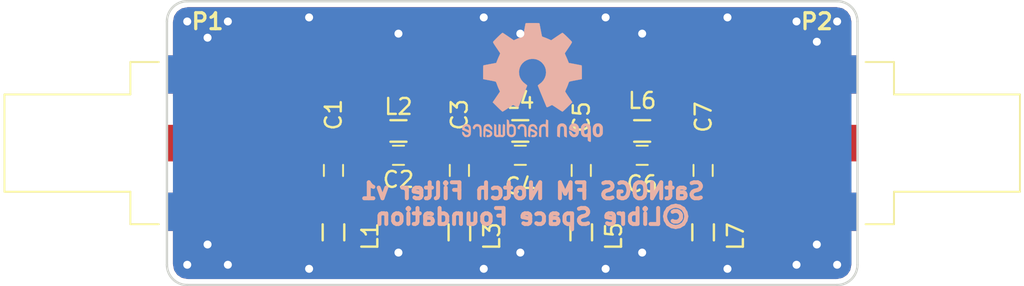
<source format=kicad_pcb>
(kicad_pcb (version 4) (host pcbnew 4.0.5)

  (general
    (links 55)
    (no_connects 0)
    (area 110.938674 68.649547 154.268676 86.579549)
    (thickness 1.6)
    (drawings 9)
    (tracks 4)
    (zones 0)
    (modules 43)
    (nets 10)
  )

  (page A4)
  (layers
    (0 F.Cu signal)
    (31 B.Cu signal)
    (32 B.Adhes user)
    (33 F.Adhes user)
    (34 B.Paste user)
    (35 F.Paste user)
    (36 B.SilkS user)
    (37 F.SilkS user)
    (38 B.Mask user)
    (39 F.Mask user)
    (40 Dwgs.User user)
    (41 Cmts.User user)
    (42 Eco1.User user)
    (43 Eco2.User user)
    (44 Edge.Cuts user)
    (45 Margin user)
    (46 B.CrtYd user)
    (47 F.CrtYd user)
    (48 B.Fab user hide)
    (49 F.Fab user hide)
  )

  (setup
    (last_trace_width 0.25)
    (trace_clearance 0.2)
    (zone_clearance 0.3)
    (zone_45_only yes)
    (trace_min 0.2)
    (segment_width 0.2)
    (edge_width 0.15)
    (via_size 0.6)
    (via_drill 0.4)
    (via_min_size 0.4)
    (via_min_drill 0.3)
    (uvia_size 0.3)
    (uvia_drill 0.1)
    (uvias_allowed no)
    (uvia_min_size 0.2)
    (uvia_min_drill 0.1)
    (pcb_text_width 0.3)
    (pcb_text_size 1.5 1.5)
    (mod_edge_width 0.15)
    (mod_text_size 1 1)
    (mod_text_width 0.15)
    (pad_size 0.8 0.8)
    (pad_drill 0.5)
    (pad_to_mask_clearance 0.05)
    (solder_mask_min_width 0.05)
    (aux_axis_origin 111.013675 86.504548)
    (grid_origin 111.013675 86.504548)
    (visible_elements FFFFFF7F)
    (pcbplotparams
      (layerselection 0x00000_80000001)
      (usegerberextensions false)
      (excludeedgelayer true)
      (linewidth 0.100000)
      (plotframeref false)
      (viasonmask false)
      (mode 1)
      (useauxorigin false)
      (hpglpennumber 1)
      (hpglpenspeed 20)
      (hpglpendiameter 15)
      (hpglpenoverlay 2)
      (psnegative false)
      (psa4output false)
      (plotreference true)
      (plotvalue true)
      (plotinvisibletext false)
      (padsonsilk false)
      (subtractmaskfromsilk false)
      (outputformat 1)
      (mirror false)
      (drillshape 0)
      (scaleselection 1)
      (outputdirectory gerber/))
  )

  (net 0 "")
  (net 1 "Net-(C1-Pad1)")
  (net 2 "Net-(C1-Pad2)")
  (net 3 "Net-(C2-Pad1)")
  (net 4 "Net-(C3-Pad2)")
  (net 5 "Net-(C4-Pad1)")
  (net 6 "Net-(C5-Pad2)")
  (net 7 "Net-(C6-Pad1)")
  (net 8 "Net-(C7-Pad2)")
  (net 9 GND)

  (net_class Default "This is the default net class."
    (clearance 0.2)
    (trace_width 0.25)
    (via_dia 0.6)
    (via_drill 0.4)
    (uvia_dia 0.3)
    (uvia_drill 0.1)
  )

  (net_class rf-signal ""
    (clearance 0.3)
    (trace_width 1.4)
    (via_dia 0.8)
    (via_drill 0.6)
    (uvia_dia 0.3)
    (uvia_drill 0.1)
    (add_net GND)
    (add_net "Net-(C1-Pad1)")
    (add_net "Net-(C1-Pad2)")
    (add_net "Net-(C2-Pad1)")
    (add_net "Net-(C3-Pad2)")
    (add_net "Net-(C4-Pad1)")
    (add_net "Net-(C5-Pad2)")
    (add_net "Net-(C6-Pad1)")
    (add_net "Net-(C7-Pad2)")
  )

  (module via-0.8:via-0.8mm (layer F.Cu) (tedit 58AC7C74) (tstamp 58ACAE76)
    (at 140.731675 70.756548)
    (fp_text reference REF** (at 0 3.175) (layer F.SilkS) hide
      (effects (font (size 1 1) (thickness 0.2)))
    )
    (fp_text value via-0.8mm (at 0 -3.81) (layer F.Fab) hide
      (effects (font (size 1 1) (thickness 0.2)))
    )
    (pad 1 thru_hole circle (at 0 0) (size 0.8 0.8) (drill 0.5) (layers *.Cu)
      (net 9 GND) (zone_connect 2))
  )

  (module via-0.8:via-0.8mm (layer F.Cu) (tedit 58AC7C74) (tstamp 58ACAE72)
    (at 133.111675 70.756548)
    (fp_text reference REF** (at 0 3.175) (layer F.SilkS) hide
      (effects (font (size 1 1) (thickness 0.2)))
    )
    (fp_text value via-0.8mm (at 0 -3.81) (layer F.Fab) hide
      (effects (font (size 1 1) (thickness 0.2)))
    )
    (pad 1 thru_hole circle (at 0 0) (size 0.8 0.8) (drill 0.5) (layers *.Cu)
      (net 9 GND) (zone_connect 2))
  )

  (module via-0.8:via-0.8mm (layer F.Cu) (tedit 58AC7C74) (tstamp 58ACAE6E)
    (at 125.491675 70.756548)
    (fp_text reference REF** (at 0 3.175) (layer F.SilkS) hide
      (effects (font (size 1 1) (thickness 0.2)))
    )
    (fp_text value via-0.8mm (at 0 -3.81) (layer F.Fab) hide
      (effects (font (size 1 1) (thickness 0.2)))
    )
    (pad 1 thru_hole circle (at 0 0) (size 0.8 0.8) (drill 0.5) (layers *.Cu)
      (net 9 GND) (zone_connect 2))
  )

  (module via-0.8:via-0.8mm (layer F.Cu) (tedit 58AC7C74) (tstamp 58ACAE69)
    (at 140.731675 84.472548)
    (fp_text reference REF** (at 0 3.175) (layer F.SilkS) hide
      (effects (font (size 1 1) (thickness 0.2)))
    )
    (fp_text value via-0.8mm (at 0 -3.81) (layer F.Fab) hide
      (effects (font (size 1 1) (thickness 0.2)))
    )
    (pad 1 thru_hole circle (at 0 0) (size 0.8 0.8) (drill 0.5) (layers *.Cu)
      (net 9 GND) (zone_connect 2))
  )

  (module via-0.8:via-0.8mm (layer F.Cu) (tedit 58AC7C74) (tstamp 58ACAE65)
    (at 133.111675 84.472548)
    (fp_text reference REF** (at 0 3.175) (layer F.SilkS) hide
      (effects (font (size 1 1) (thickness 0.2)))
    )
    (fp_text value via-0.8mm (at 0 -3.81) (layer F.Fab) hide
      (effects (font (size 1 1) (thickness 0.2)))
    )
    (pad 1 thru_hole circle (at 0 0) (size 0.8 0.8) (drill 0.5) (layers *.Cu)
      (net 9 GND) (zone_connect 2))
  )

  (module via-0.8:via-0.8mm (layer F.Cu) (tedit 58AC7C74) (tstamp 58ACAE61)
    (at 125.491675 84.472548)
    (fp_text reference REF** (at 0 3.175) (layer F.SilkS) hide
      (effects (font (size 1 1) (thickness 0.2)))
    )
    (fp_text value via-0.8mm (at 0 -3.81) (layer F.Fab) hide
      (effects (font (size 1 1) (thickness 0.2)))
    )
    (pad 1 thru_hole circle (at 0 0) (size 0.8 0.8) (drill 0.5) (layers *.Cu)
      (net 9 GND) (zone_connect 2))
  )

  (module via-0.8:via-0.8mm (layer F.Cu) (tedit 58AC7C74) (tstamp 58ACAE5D)
    (at 146.065675 85.488548)
    (fp_text reference REF** (at 0 3.175) (layer F.SilkS) hide
      (effects (font (size 1 1) (thickness 0.2)))
    )
    (fp_text value via-0.8mm (at 0 -3.81) (layer F.Fab) hide
      (effects (font (size 1 1) (thickness 0.2)))
    )
    (pad 1 thru_hole circle (at 0 0) (size 0.8 0.8) (drill 0.5) (layers *.Cu)
      (net 9 GND) (zone_connect 2))
  )

  (module via-0.8:via-0.8mm (layer F.Cu) (tedit 58AC7C74) (tstamp 58ACAE59)
    (at 138.445675 85.488548)
    (fp_text reference REF** (at 0 3.175) (layer F.SilkS) hide
      (effects (font (size 1 1) (thickness 0.2)))
    )
    (fp_text value via-0.8mm (at 0 -3.81) (layer F.Fab) hide
      (effects (font (size 1 1) (thickness 0.2)))
    )
    (pad 1 thru_hole circle (at 0 0) (size 0.8 0.8) (drill 0.5) (layers *.Cu)
      (net 9 GND) (zone_connect 2))
  )

  (module via-0.8:via-0.8mm (layer F.Cu) (tedit 58AC7C74) (tstamp 58ACAE55)
    (at 130.825675 85.488548)
    (fp_text reference REF** (at 0 3.175) (layer F.SilkS) hide
      (effects (font (size 1 1) (thickness 0.2)))
    )
    (fp_text value via-0.8mm (at 0 -3.81) (layer F.Fab) hide
      (effects (font (size 1 1) (thickness 0.2)))
    )
    (pad 1 thru_hole circle (at 0 0) (size 0.8 0.8) (drill 0.5) (layers *.Cu)
      (net 9 GND) (zone_connect 2))
  )

  (module via-0.8:via-0.8mm (layer F.Cu) (tedit 58AC7C74) (tstamp 58ACAE51)
    (at 119.903675 85.488548)
    (fp_text reference REF** (at 0 3.175) (layer F.SilkS) hide
      (effects (font (size 1 1) (thickness 0.2)))
    )
    (fp_text value via-0.8mm (at 0 -3.81) (layer F.Fab) hide
      (effects (font (size 1 1) (thickness 0.2)))
    )
    (pad 1 thru_hole circle (at 0 0) (size 0.8 0.8) (drill 0.5) (layers *.Cu)
      (net 9 GND) (zone_connect 2))
  )

  (module via-0.8:via-0.8mm (layer F.Cu) (tedit 58AC7C74) (tstamp 58ACAE4D)
    (at 146.065675 69.740548)
    (fp_text reference REF** (at 0 3.175) (layer F.SilkS) hide
      (effects (font (size 1 1) (thickness 0.2)))
    )
    (fp_text value via-0.8mm (at 0 -3.81) (layer F.Fab) hide
      (effects (font (size 1 1) (thickness 0.2)))
    )
    (pad 1 thru_hole circle (at 0 0) (size 0.8 0.8) (drill 0.5) (layers *.Cu)
      (net 9 GND) (zone_connect 2))
  )

  (module via-0.8:via-0.8mm (layer F.Cu) (tedit 58AC7C74) (tstamp 58ACAE49)
    (at 138.445675 69.740548)
    (fp_text reference REF** (at 0 3.175) (layer F.SilkS) hide
      (effects (font (size 1 1) (thickness 0.2)))
    )
    (fp_text value via-0.8mm (at 0 -3.81) (layer F.Fab) hide
      (effects (font (size 1 1) (thickness 0.2)))
    )
    (pad 1 thru_hole circle (at 0 0) (size 0.8 0.8) (drill 0.5) (layers *.Cu)
      (net 9 GND) (zone_connect 2))
  )

  (module via-0.8:via-0.8mm (layer F.Cu) (tedit 58AC7C74) (tstamp 58ACAE45)
    (at 130.825675 69.740548)
    (fp_text reference REF** (at 0 3.175) (layer F.SilkS) hide
      (effects (font (size 1 1) (thickness 0.2)))
    )
    (fp_text value via-0.8mm (at 0 -3.81) (layer F.Fab) hide
      (effects (font (size 1 1) (thickness 0.2)))
    )
    (pad 1 thru_hole circle (at 0 0) (size 0.8 0.8) (drill 0.5) (layers *.Cu)
      (net 9 GND) (zone_connect 2))
  )

  (module via-0.8:via-0.8mm (layer F.Cu) (tedit 58AC7C74) (tstamp 58ACAE41)
    (at 119.903675 69.740548)
    (fp_text reference REF** (at 0 3.175) (layer F.SilkS) hide
      (effects (font (size 1 1) (thickness 0.2)))
    )
    (fp_text value via-0.8mm (at 0 -3.81) (layer F.Fab) hide
      (effects (font (size 1 1) (thickness 0.2)))
    )
    (pad 1 thru_hole circle (at 0 0) (size 0.8 0.8) (drill 0.5) (layers *.Cu)
      (net 9 GND) (zone_connect 2))
  )

  (module via-0.8:via-0.8mm (layer F.Cu) (tedit 58AC7C74) (tstamp 58ACAE3C)
    (at 152.923675 69.994548)
    (fp_text reference REF** (at 0 3.175) (layer F.SilkS) hide
      (effects (font (size 1 1) (thickness 0.2)))
    )
    (fp_text value via-0.8mm (at 0 -3.81) (layer F.Fab) hide
      (effects (font (size 1 1) (thickness 0.2)))
    )
    (pad 1 thru_hole circle (at 0 0) (size 0.8 0.8) (drill 0.5) (layers *.Cu)
      (net 9 GND) (zone_connect 2))
  )

  (module via-0.8:via-0.8mm (layer F.Cu) (tedit 58AC7C74) (tstamp 58ACAE38)
    (at 150.383675 69.994548)
    (fp_text reference REF** (at 0 3.175) (layer F.SilkS) hide
      (effects (font (size 1 1) (thickness 0.2)))
    )
    (fp_text value via-0.8mm (at 0 -3.81) (layer F.Fab) hide
      (effects (font (size 1 1) (thickness 0.2)))
    )
    (pad 1 thru_hole circle (at 0 0) (size 0.8 0.8) (drill 0.5) (layers *.Cu)
      (net 9 GND) (zone_connect 2))
  )

  (module via-0.8:via-0.8mm (layer F.Cu) (tedit 58AC7C74) (tstamp 58ACAE34)
    (at 151.653675 71.264548)
    (fp_text reference REF** (at 0 3.175) (layer F.SilkS) hide
      (effects (font (size 1 1) (thickness 0.2)))
    )
    (fp_text value via-0.8mm (at 0 -3.81) (layer F.Fab) hide
      (effects (font (size 1 1) (thickness 0.2)))
    )
    (pad 1 thru_hole circle (at 0 0) (size 0.8 0.8) (drill 0.5) (layers *.Cu)
      (net 9 GND) (zone_connect 2))
  )

  (module via-0.8:via-0.8mm (layer F.Cu) (tedit 58AC7C74) (tstamp 58ACAE30)
    (at 151.653675 83.964548)
    (fp_text reference REF** (at 0 3.175) (layer F.SilkS) hide
      (effects (font (size 1 1) (thickness 0.2)))
    )
    (fp_text value via-0.8mm (at 0 -3.81) (layer F.Fab) hide
      (effects (font (size 1 1) (thickness 0.2)))
    )
    (pad 1 thru_hole circle (at 0 0) (size 0.8 0.8) (drill 0.5) (layers *.Cu)
      (net 9 GND) (zone_connect 2))
  )

  (module via-0.8:via-0.8mm (layer F.Cu) (tedit 58AC7C74) (tstamp 58ACAE2C)
    (at 150.383675 85.234548)
    (fp_text reference REF** (at 0 3.175) (layer F.SilkS) hide
      (effects (font (size 1 1) (thickness 0.2)))
    )
    (fp_text value via-0.8mm (at 0 -3.81) (layer F.Fab) hide
      (effects (font (size 1 1) (thickness 0.2)))
    )
    (pad 1 thru_hole circle (at 0 0) (size 0.8 0.8) (drill 0.5) (layers *.Cu)
      (net 9 GND) (zone_connect 2))
  )

  (module via-0.8:via-0.8mm (layer F.Cu) (tedit 58AC7C74) (tstamp 58ACAE28)
    (at 152.923675 85.234548)
    (fp_text reference REF** (at 0 3.175) (layer F.SilkS) hide
      (effects (font (size 1 1) (thickness 0.2)))
    )
    (fp_text value via-0.8mm (at 0 -3.81) (layer F.Fab) hide
      (effects (font (size 1 1) (thickness 0.2)))
    )
    (pad 1 thru_hole circle (at 0 0) (size 0.8 0.8) (drill 0.5) (layers *.Cu)
      (net 9 GND) (zone_connect 2))
  )

  (module via-0.8:via-0.8mm (layer F.Cu) (tedit 58AC7C79) (tstamp 58ACADD4)
    (at 113.553675 83.964548)
    (fp_text reference REF** (at 0 3.175) (layer F.SilkS) hide
      (effects (font (size 1 1) (thickness 0.2)))
    )
    (fp_text value via-0.8mm (at 0 -3.81) (layer F.Fab) hide
      (effects (font (size 1 1) (thickness 0.2)))
    )
    (pad 1 thru_hole circle (at 0 0) (size 0.8 0.8) (drill 0.5) (layers *.Cu)
      (net 9 GND) (zone_connect 2))
  )

  (module via-0.8:via-0.8mm (layer F.Cu) (tedit 58AC7C74) (tstamp 58ACADCF)
    (at 114.823675 85.234548)
    (fp_text reference REF** (at 0 3.175) (layer F.SilkS) hide
      (effects (font (size 1 1) (thickness 0.2)))
    )
    (fp_text value via-0.8mm (at 0 -3.81) (layer F.Fab) hide
      (effects (font (size 1 1) (thickness 0.2)))
    )
    (pad 1 thru_hole circle (at 0 0) (size 0.8 0.8) (drill 0.5) (layers *.Cu)
      (net 9 GND) (zone_connect 2))
  )

  (module via-0.8:via-0.8mm (layer F.Cu) (tedit 58AC7C6E) (tstamp 58ACADCA)
    (at 112.283675 85.234548)
    (fp_text reference REF** (at 0 3.175) (layer F.SilkS) hide
      (effects (font (size 1 1) (thickness 0.2)))
    )
    (fp_text value via-0.8mm (at 0 -3.81) (layer F.Fab) hide
      (effects (font (size 1 1) (thickness 0.2)))
    )
    (pad 1 thru_hole circle (at 0 0) (size 0.8 0.8) (drill 0.5) (layers *.Cu)
      (net 9 GND) (zone_connect 2))
  )

  (module via-0.8:via-0.8mm (layer F.Cu) (tedit 58AC7C61) (tstamp 58ACADC1)
    (at 114.823675 69.994548)
    (fp_text reference REF** (at 0 3.175) (layer F.SilkS) hide
      (effects (font (size 1 1) (thickness 0.2)))
    )
    (fp_text value via-0.8mm (at 0 -3.81) (layer F.Fab) hide
      (effects (font (size 1 1) (thickness 0.2)))
    )
    (pad 1 thru_hole circle (at 0 0) (size 0.8 0.8) (drill 0.5) (layers *.Cu)
      (net 9 GND) (zone_connect 2))
  )

  (module via-0.8:via-0.8mm (layer F.Cu) (tedit 58AC7C67) (tstamp 58ACADBD)
    (at 113.553675 71.010548)
    (fp_text reference REF** (at 0 3.175) (layer F.SilkS) hide
      (effects (font (size 1 1) (thickness 0.2)))
    )
    (fp_text value via-0.8mm (at 0 -3.81) (layer F.Fab) hide
      (effects (font (size 1 1) (thickness 0.2)))
    )
    (pad 1 thru_hole circle (at 0 0) (size 0.8 0.8) (drill 0.5) (layers *.Cu)
      (net 9 GND) (zone_connect 2))
  )

  (module Capacitors_SMD:C_0603_HandSoldering (layer F.Cu) (tedit 58AA848B) (tstamp 58AACBCE)
    (at 121.427675 79.326548 270)
    (descr "Capacitor SMD 0603, hand soldering")
    (tags "capacitor 0603")
    (path /58AAC968)
    (attr smd)
    (fp_text reference C1 (at -3.49 0 270) (layer F.SilkS)
      (effects (font (size 1 1) (thickness 0.15)))
    )
    (fp_text value 6.8p (at 0 1.5 270) (layer F.Fab)
      (effects (font (size 1 1) (thickness 0.15)))
    )
    (fp_text user %R (at 0 -1.25 270) (layer F.Fab)
      (effects (font (size 1 1) (thickness 0.15)))
    )
    (fp_line (start -0.8 0.4) (end -0.8 -0.4) (layer F.Fab) (width 0.1))
    (fp_line (start 0.8 0.4) (end -0.8 0.4) (layer F.Fab) (width 0.1))
    (fp_line (start 0.8 -0.4) (end 0.8 0.4) (layer F.Fab) (width 0.1))
    (fp_line (start -0.8 -0.4) (end 0.8 -0.4) (layer F.Fab) (width 0.1))
    (fp_line (start -0.35 -0.6) (end 0.35 -0.6) (layer F.SilkS) (width 0.12))
    (fp_line (start 0.35 0.6) (end -0.35 0.6) (layer F.SilkS) (width 0.12))
    (fp_line (start -1.8 -0.65) (end 1.8 -0.65) (layer F.CrtYd) (width 0.05))
    (fp_line (start -1.8 -0.65) (end -1.8 0.65) (layer F.CrtYd) (width 0.05))
    (fp_line (start 1.8 0.65) (end 1.8 -0.65) (layer F.CrtYd) (width 0.05))
    (fp_line (start 1.8 0.65) (end -1.8 0.65) (layer F.CrtYd) (width 0.05))
    (pad 1 smd rect (at -0.95 0 270) (size 1.2 0.75) (layers F.Cu F.Paste F.Mask)
      (net 1 "Net-(C1-Pad1)"))
    (pad 2 smd rect (at 0.95 0 270) (size 1.2 0.75) (layers F.Cu F.Paste F.Mask)
      (net 2 "Net-(C1-Pad2)"))
    (model Capacitors_SMD.3dshapes/C_0603.wrl
      (at (xyz 0 0 0))
      (scale (xyz 1 1 1))
      (rotate (xyz 0 0 0))
    )
  )

  (module Capacitors_SMD:C_0603_HandSoldering (layer F.Cu) (tedit 58AA848B) (tstamp 58AACBD4)
    (at 125.491675 78.376548 180)
    (descr "Capacitor SMD 0603, hand soldering")
    (tags "capacitor 0603")
    (path /58AACED4)
    (attr smd)
    (fp_text reference C2 (at 0 -1.524 180) (layer F.SilkS)
      (effects (font (size 1 1) (thickness 0.15)))
    )
    (fp_text value 100pF (at 0 1.5 180) (layer F.Fab)
      (effects (font (size 1 1) (thickness 0.15)))
    )
    (fp_text user %R (at 0 -1.25 180) (layer F.Fab)
      (effects (font (size 1 1) (thickness 0.15)))
    )
    (fp_line (start -0.8 0.4) (end -0.8 -0.4) (layer F.Fab) (width 0.1))
    (fp_line (start 0.8 0.4) (end -0.8 0.4) (layer F.Fab) (width 0.1))
    (fp_line (start 0.8 -0.4) (end 0.8 0.4) (layer F.Fab) (width 0.1))
    (fp_line (start -0.8 -0.4) (end 0.8 -0.4) (layer F.Fab) (width 0.1))
    (fp_line (start -0.35 -0.6) (end 0.35 -0.6) (layer F.SilkS) (width 0.12))
    (fp_line (start 0.35 0.6) (end -0.35 0.6) (layer F.SilkS) (width 0.12))
    (fp_line (start -1.8 -0.65) (end 1.8 -0.65) (layer F.CrtYd) (width 0.05))
    (fp_line (start -1.8 -0.65) (end -1.8 0.65) (layer F.CrtYd) (width 0.05))
    (fp_line (start 1.8 0.65) (end 1.8 -0.65) (layer F.CrtYd) (width 0.05))
    (fp_line (start 1.8 0.65) (end -1.8 0.65) (layer F.CrtYd) (width 0.05))
    (pad 1 smd rect (at -0.95 0 180) (size 1.2 0.75) (layers F.Cu F.Paste F.Mask)
      (net 3 "Net-(C2-Pad1)"))
    (pad 2 smd rect (at 0.95 0 180) (size 1.2 0.75) (layers F.Cu F.Paste F.Mask)
      (net 1 "Net-(C1-Pad1)"))
    (model Capacitors_SMD.3dshapes/C_0603.wrl
      (at (xyz 0 0 0))
      (scale (xyz 1 1 1))
      (rotate (xyz 0 0 0))
    )
  )

  (module Capacitors_SMD:C_0603_HandSoldering (layer F.Cu) (tedit 58AA848B) (tstamp 58AACBDA)
    (at 129.301675 79.326548 270)
    (descr "Capacitor SMD 0603, hand soldering")
    (tags "capacitor 0603")
    (path /58AACA68)
    (attr smd)
    (fp_text reference C3 (at -3.49 0 270) (layer F.SilkS)
      (effects (font (size 1 1) (thickness 0.15)))
    )
    (fp_text value 15pF (at 0 1.5 270) (layer F.Fab)
      (effects (font (size 1 1) (thickness 0.15)))
    )
    (fp_text user %R (at 0 -1.25 270) (layer F.Fab)
      (effects (font (size 1 1) (thickness 0.15)))
    )
    (fp_line (start -0.8 0.4) (end -0.8 -0.4) (layer F.Fab) (width 0.1))
    (fp_line (start 0.8 0.4) (end -0.8 0.4) (layer F.Fab) (width 0.1))
    (fp_line (start 0.8 -0.4) (end 0.8 0.4) (layer F.Fab) (width 0.1))
    (fp_line (start -0.8 -0.4) (end 0.8 -0.4) (layer F.Fab) (width 0.1))
    (fp_line (start -0.35 -0.6) (end 0.35 -0.6) (layer F.SilkS) (width 0.12))
    (fp_line (start 0.35 0.6) (end -0.35 0.6) (layer F.SilkS) (width 0.12))
    (fp_line (start -1.8 -0.65) (end 1.8 -0.65) (layer F.CrtYd) (width 0.05))
    (fp_line (start -1.8 -0.65) (end -1.8 0.65) (layer F.CrtYd) (width 0.05))
    (fp_line (start 1.8 0.65) (end 1.8 -0.65) (layer F.CrtYd) (width 0.05))
    (fp_line (start 1.8 0.65) (end -1.8 0.65) (layer F.CrtYd) (width 0.05))
    (pad 1 smd rect (at -0.95 0 270) (size 1.2 0.75) (layers F.Cu F.Paste F.Mask)
      (net 3 "Net-(C2-Pad1)"))
    (pad 2 smd rect (at 0.95 0 270) (size 1.2 0.75) (layers F.Cu F.Paste F.Mask)
      (net 4 "Net-(C3-Pad2)"))
    (model Capacitors_SMD.3dshapes/C_0603.wrl
      (at (xyz 0 0 0))
      (scale (xyz 1 1 1))
      (rotate (xyz 0 0 0))
    )
  )

  (module Capacitors_SMD:C_0603_HandSoldering (layer F.Cu) (tedit 58AA848B) (tstamp 58AACBE0)
    (at 133.111675 78.376548 180)
    (descr "Capacitor SMD 0603, hand soldering")
    (tags "capacitor 0603")
    (path /58AACF4A)
    (attr smd)
    (fp_text reference C4 (at 0 -1.922548 180) (layer F.SilkS)
      (effects (font (size 1 1) (thickness 0.15)))
    )
    (fp_text value 100pF (at 0 1.5 180) (layer F.Fab)
      (effects (font (size 1 1) (thickness 0.15)))
    )
    (fp_text user %R (at 0 -1.25 180) (layer F.Fab)
      (effects (font (size 1 1) (thickness 0.15)))
    )
    (fp_line (start -0.8 0.4) (end -0.8 -0.4) (layer F.Fab) (width 0.1))
    (fp_line (start 0.8 0.4) (end -0.8 0.4) (layer F.Fab) (width 0.1))
    (fp_line (start 0.8 -0.4) (end 0.8 0.4) (layer F.Fab) (width 0.1))
    (fp_line (start -0.8 -0.4) (end 0.8 -0.4) (layer F.Fab) (width 0.1))
    (fp_line (start -0.35 -0.6) (end 0.35 -0.6) (layer F.SilkS) (width 0.12))
    (fp_line (start 0.35 0.6) (end -0.35 0.6) (layer F.SilkS) (width 0.12))
    (fp_line (start -1.8 -0.65) (end 1.8 -0.65) (layer F.CrtYd) (width 0.05))
    (fp_line (start -1.8 -0.65) (end -1.8 0.65) (layer F.CrtYd) (width 0.05))
    (fp_line (start 1.8 0.65) (end 1.8 -0.65) (layer F.CrtYd) (width 0.05))
    (fp_line (start 1.8 0.65) (end -1.8 0.65) (layer F.CrtYd) (width 0.05))
    (pad 1 smd rect (at -0.95 0 180) (size 1.2 0.75) (layers F.Cu F.Paste F.Mask)
      (net 5 "Net-(C4-Pad1)"))
    (pad 2 smd rect (at 0.95 0 180) (size 1.2 0.75) (layers F.Cu F.Paste F.Mask)
      (net 3 "Net-(C2-Pad1)"))
    (model Capacitors_SMD.3dshapes/C_0603.wrl
      (at (xyz 0 0 0))
      (scale (xyz 1 1 1))
      (rotate (xyz 0 0 0))
    )
  )

  (module Capacitors_SMD:C_0603_HandSoldering (layer F.Cu) (tedit 58AA848B) (tstamp 58AACBE6)
    (at 136.921675 79.326548 270)
    (descr "Capacitor SMD 0603, hand soldering")
    (tags "capacitor 0603")
    (path /58AACAB0)
    (attr smd)
    (fp_text reference C5 (at -3.345452 -0.015675 270) (layer F.SilkS)
      (effects (font (size 1 1) (thickness 0.15)))
    )
    (fp_text value 15pF (at 0 1.5 270) (layer F.Fab)
      (effects (font (size 1 1) (thickness 0.15)))
    )
    (fp_text user %R (at 0 -1.25 270) (layer F.Fab)
      (effects (font (size 1 1) (thickness 0.15)))
    )
    (fp_line (start -0.8 0.4) (end -0.8 -0.4) (layer F.Fab) (width 0.1))
    (fp_line (start 0.8 0.4) (end -0.8 0.4) (layer F.Fab) (width 0.1))
    (fp_line (start 0.8 -0.4) (end 0.8 0.4) (layer F.Fab) (width 0.1))
    (fp_line (start -0.8 -0.4) (end 0.8 -0.4) (layer F.Fab) (width 0.1))
    (fp_line (start -0.35 -0.6) (end 0.35 -0.6) (layer F.SilkS) (width 0.12))
    (fp_line (start 0.35 0.6) (end -0.35 0.6) (layer F.SilkS) (width 0.12))
    (fp_line (start -1.8 -0.65) (end 1.8 -0.65) (layer F.CrtYd) (width 0.05))
    (fp_line (start -1.8 -0.65) (end -1.8 0.65) (layer F.CrtYd) (width 0.05))
    (fp_line (start 1.8 0.65) (end 1.8 -0.65) (layer F.CrtYd) (width 0.05))
    (fp_line (start 1.8 0.65) (end -1.8 0.65) (layer F.CrtYd) (width 0.05))
    (pad 1 smd rect (at -0.95 0 270) (size 1.2 0.75) (layers F.Cu F.Paste F.Mask)
      (net 5 "Net-(C4-Pad1)"))
    (pad 2 smd rect (at 0.95 0 270) (size 1.2 0.75) (layers F.Cu F.Paste F.Mask)
      (net 6 "Net-(C5-Pad2)"))
    (model Capacitors_SMD.3dshapes/C_0603.wrl
      (at (xyz 0 0 0))
      (scale (xyz 1 1 1))
      (rotate (xyz 0 0 0))
    )
  )

  (module Capacitors_SMD:C_0603_HandSoldering (layer F.Cu) (tedit 58AA848B) (tstamp 58AACBEC)
    (at 140.731675 78.376548 180)
    (descr "Capacitor SMD 0603, hand soldering")
    (tags "capacitor 0603")
    (path /58AACFB3)
    (attr smd)
    (fp_text reference C6 (at 0 -1.795548 180) (layer F.SilkS)
      (effects (font (size 1 1) (thickness 0.15)))
    )
    (fp_text value 100pF (at 0 1.5 180) (layer F.Fab)
      (effects (font (size 1 1) (thickness 0.15)))
    )
    (fp_text user %R (at 0 -1.25 180) (layer F.Fab)
      (effects (font (size 1 1) (thickness 0.15)))
    )
    (fp_line (start -0.8 0.4) (end -0.8 -0.4) (layer F.Fab) (width 0.1))
    (fp_line (start 0.8 0.4) (end -0.8 0.4) (layer F.Fab) (width 0.1))
    (fp_line (start 0.8 -0.4) (end 0.8 0.4) (layer F.Fab) (width 0.1))
    (fp_line (start -0.8 -0.4) (end 0.8 -0.4) (layer F.Fab) (width 0.1))
    (fp_line (start -0.35 -0.6) (end 0.35 -0.6) (layer F.SilkS) (width 0.12))
    (fp_line (start 0.35 0.6) (end -0.35 0.6) (layer F.SilkS) (width 0.12))
    (fp_line (start -1.8 -0.65) (end 1.8 -0.65) (layer F.CrtYd) (width 0.05))
    (fp_line (start -1.8 -0.65) (end -1.8 0.65) (layer F.CrtYd) (width 0.05))
    (fp_line (start 1.8 0.65) (end 1.8 -0.65) (layer F.CrtYd) (width 0.05))
    (fp_line (start 1.8 0.65) (end -1.8 0.65) (layer F.CrtYd) (width 0.05))
    (pad 1 smd rect (at -0.95 0 180) (size 1.2 0.75) (layers F.Cu F.Paste F.Mask)
      (net 7 "Net-(C6-Pad1)"))
    (pad 2 smd rect (at 0.95 0 180) (size 1.2 0.75) (layers F.Cu F.Paste F.Mask)
      (net 5 "Net-(C4-Pad1)"))
    (model Capacitors_SMD.3dshapes/C_0603.wrl
      (at (xyz 0 0 0))
      (scale (xyz 1 1 1))
      (rotate (xyz 0 0 0))
    )
  )

  (module Capacitors_SMD:C_0603_HandSoldering (layer F.Cu) (tedit 58AA848B) (tstamp 58AACBF2)
    (at 144.541675 79.326548 270)
    (descr "Capacitor SMD 0603, hand soldering")
    (tags "capacitor 0603")
    (path /58AACAF5)
    (attr smd)
    (fp_text reference C7 (at -3.345452 -0.015675 270) (layer F.SilkS)
      (effects (font (size 1 1) (thickness 0.15)))
    )
    (fp_text value 6.8pF (at 0 1.5 270) (layer F.Fab)
      (effects (font (size 1 1) (thickness 0.15)))
    )
    (fp_text user %R (at 0 -1.25 270) (layer F.Fab)
      (effects (font (size 1 1) (thickness 0.15)))
    )
    (fp_line (start -0.8 0.4) (end -0.8 -0.4) (layer F.Fab) (width 0.1))
    (fp_line (start 0.8 0.4) (end -0.8 0.4) (layer F.Fab) (width 0.1))
    (fp_line (start 0.8 -0.4) (end 0.8 0.4) (layer F.Fab) (width 0.1))
    (fp_line (start -0.8 -0.4) (end 0.8 -0.4) (layer F.Fab) (width 0.1))
    (fp_line (start -0.35 -0.6) (end 0.35 -0.6) (layer F.SilkS) (width 0.12))
    (fp_line (start 0.35 0.6) (end -0.35 0.6) (layer F.SilkS) (width 0.12))
    (fp_line (start -1.8 -0.65) (end 1.8 -0.65) (layer F.CrtYd) (width 0.05))
    (fp_line (start -1.8 -0.65) (end -1.8 0.65) (layer F.CrtYd) (width 0.05))
    (fp_line (start 1.8 0.65) (end 1.8 -0.65) (layer F.CrtYd) (width 0.05))
    (fp_line (start 1.8 0.65) (end -1.8 0.65) (layer F.CrtYd) (width 0.05))
    (pad 1 smd rect (at -0.95 0 270) (size 1.2 0.75) (layers F.Cu F.Paste F.Mask)
      (net 7 "Net-(C6-Pad1)"))
    (pad 2 smd rect (at 0.95 0 270) (size 1.2 0.75) (layers F.Cu F.Paste F.Mask)
      (net 8 "Net-(C7-Pad2)"))
    (model Capacitors_SMD.3dshapes/C_0603.wrl
      (at (xyz 0 0 0))
      (scale (xyz 1 1 1))
      (rotate (xyz 0 0 0))
    )
  )

  (module Resistors_SMD:R_0603_HandSoldering (layer F.Cu) (tedit 58307AEF) (tstamp 58AACBF8)
    (at 121.427675 83.202548 270)
    (descr "Resistor SMD 0603, hand soldering")
    (tags "resistor 0603")
    (path /58AACB35)
    (attr smd)
    (fp_text reference L1 (at 0.254 -2.286 270) (layer F.SilkS)
      (effects (font (size 1 1) (thickness 0.15)))
    )
    (fp_text value 330nF (at 0 1.9 270) (layer F.Fab)
      (effects (font (size 1 1) (thickness 0.15)))
    )
    (fp_line (start -0.8 0.4) (end -0.8 -0.4) (layer F.Fab) (width 0.1))
    (fp_line (start 0.8 0.4) (end -0.8 0.4) (layer F.Fab) (width 0.1))
    (fp_line (start 0.8 -0.4) (end 0.8 0.4) (layer F.Fab) (width 0.1))
    (fp_line (start -0.8 -0.4) (end 0.8 -0.4) (layer F.Fab) (width 0.1))
    (fp_line (start -2 -0.8) (end 2 -0.8) (layer F.CrtYd) (width 0.05))
    (fp_line (start -2 0.8) (end 2 0.8) (layer F.CrtYd) (width 0.05))
    (fp_line (start -2 -0.8) (end -2 0.8) (layer F.CrtYd) (width 0.05))
    (fp_line (start 2 -0.8) (end 2 0.8) (layer F.CrtYd) (width 0.05))
    (fp_line (start 0.5 0.675) (end -0.5 0.675) (layer F.SilkS) (width 0.15))
    (fp_line (start -0.5 -0.675) (end 0.5 -0.675) (layer F.SilkS) (width 0.15))
    (pad 1 smd rect (at -1.1 0 270) (size 1.2 0.9) (layers F.Cu F.Paste F.Mask)
      (net 2 "Net-(C1-Pad2)"))
    (pad 2 smd rect (at 1.1 0 270) (size 1.2 0.9) (layers F.Cu F.Paste F.Mask)
      (net 9 GND))
    (model Resistors_SMD.3dshapes/R_0603_HandSoldering.wrl
      (at (xyz 0 0 0))
      (scale (xyz 1 1 1))
      (rotate (xyz 0 0 0))
    )
  )

  (module Resistors_SMD:R_0603_HandSoldering (layer F.Cu) (tedit 58307AEF) (tstamp 58AACBFE)
    (at 125.491675 76.852548)
    (descr "Resistor SMD 0603, hand soldering")
    (tags "resistor 0603")
    (path /58AACD3C)
    (attr smd)
    (fp_text reference L2 (at 0 -1.524) (layer F.SilkS)
      (effects (font (size 1 1) (thickness 0.15)))
    )
    (fp_text value 22nH (at 0 1.9) (layer F.Fab)
      (effects (font (size 1 1) (thickness 0.15)))
    )
    (fp_line (start -0.8 0.4) (end -0.8 -0.4) (layer F.Fab) (width 0.1))
    (fp_line (start 0.8 0.4) (end -0.8 0.4) (layer F.Fab) (width 0.1))
    (fp_line (start 0.8 -0.4) (end 0.8 0.4) (layer F.Fab) (width 0.1))
    (fp_line (start -0.8 -0.4) (end 0.8 -0.4) (layer F.Fab) (width 0.1))
    (fp_line (start -2 -0.8) (end 2 -0.8) (layer F.CrtYd) (width 0.05))
    (fp_line (start -2 0.8) (end 2 0.8) (layer F.CrtYd) (width 0.05))
    (fp_line (start -2 -0.8) (end -2 0.8) (layer F.CrtYd) (width 0.05))
    (fp_line (start 2 -0.8) (end 2 0.8) (layer F.CrtYd) (width 0.05))
    (fp_line (start 0.5 0.675) (end -0.5 0.675) (layer F.SilkS) (width 0.15))
    (fp_line (start -0.5 -0.675) (end 0.5 -0.675) (layer F.SilkS) (width 0.15))
    (pad 1 smd rect (at -1.1 0) (size 1.2 0.9) (layers F.Cu F.Paste F.Mask)
      (net 1 "Net-(C1-Pad1)"))
    (pad 2 smd rect (at 1.1 0) (size 1.2 0.9) (layers F.Cu F.Paste F.Mask)
      (net 3 "Net-(C2-Pad1)"))
    (model Resistors_SMD.3dshapes/R_0603_HandSoldering.wrl
      (at (xyz 0 0 0))
      (scale (xyz 1 1 1))
      (rotate (xyz 0 0 0))
    )
  )

  (module Resistors_SMD:R_0603_HandSoldering (layer F.Cu) (tedit 58307AEF) (tstamp 58AACC04)
    (at 129.301675 83.202548 270)
    (descr "Resistor SMD 0603, hand soldering")
    (tags "resistor 0603")
    (path /58AACC49)
    (attr smd)
    (fp_text reference L3 (at 0.254 -2.032 270) (layer F.SilkS)
      (effects (font (size 1 1) (thickness 0.15)))
    )
    (fp_text value 180nH (at 0 1.9 270) (layer F.Fab)
      (effects (font (size 1 1) (thickness 0.15)))
    )
    (fp_line (start -0.8 0.4) (end -0.8 -0.4) (layer F.Fab) (width 0.1))
    (fp_line (start 0.8 0.4) (end -0.8 0.4) (layer F.Fab) (width 0.1))
    (fp_line (start 0.8 -0.4) (end 0.8 0.4) (layer F.Fab) (width 0.1))
    (fp_line (start -0.8 -0.4) (end 0.8 -0.4) (layer F.Fab) (width 0.1))
    (fp_line (start -2 -0.8) (end 2 -0.8) (layer F.CrtYd) (width 0.05))
    (fp_line (start -2 0.8) (end 2 0.8) (layer F.CrtYd) (width 0.05))
    (fp_line (start -2 -0.8) (end -2 0.8) (layer F.CrtYd) (width 0.05))
    (fp_line (start 2 -0.8) (end 2 0.8) (layer F.CrtYd) (width 0.05))
    (fp_line (start 0.5 0.675) (end -0.5 0.675) (layer F.SilkS) (width 0.15))
    (fp_line (start -0.5 -0.675) (end 0.5 -0.675) (layer F.SilkS) (width 0.15))
    (pad 1 smd rect (at -1.1 0 270) (size 1.2 0.9) (layers F.Cu F.Paste F.Mask)
      (net 4 "Net-(C3-Pad2)"))
    (pad 2 smd rect (at 1.1 0 270) (size 1.2 0.9) (layers F.Cu F.Paste F.Mask)
      (net 9 GND))
    (model Resistors_SMD.3dshapes/R_0603_HandSoldering.wrl
      (at (xyz 0 0 0))
      (scale (xyz 1 1 1))
      (rotate (xyz 0 0 0))
    )
  )

  (module Resistors_SMD:R_0603_HandSoldering (layer F.Cu) (tedit 58307AEF) (tstamp 58AACC0A)
    (at 133.111675 76.852548)
    (descr "Resistor SMD 0603, hand soldering")
    (tags "resistor 0603")
    (path /58AACE15)
    (attr smd)
    (fp_text reference L4 (at 0 -1.905) (layer F.SilkS)
      (effects (font (size 1 1) (thickness 0.15)))
    )
    (fp_text value 27nF (at 0 1.9) (layer F.Fab)
      (effects (font (size 1 1) (thickness 0.15)))
    )
    (fp_line (start -0.8 0.4) (end -0.8 -0.4) (layer F.Fab) (width 0.1))
    (fp_line (start 0.8 0.4) (end -0.8 0.4) (layer F.Fab) (width 0.1))
    (fp_line (start 0.8 -0.4) (end 0.8 0.4) (layer F.Fab) (width 0.1))
    (fp_line (start -0.8 -0.4) (end 0.8 -0.4) (layer F.Fab) (width 0.1))
    (fp_line (start -2 -0.8) (end 2 -0.8) (layer F.CrtYd) (width 0.05))
    (fp_line (start -2 0.8) (end 2 0.8) (layer F.CrtYd) (width 0.05))
    (fp_line (start -2 -0.8) (end -2 0.8) (layer F.CrtYd) (width 0.05))
    (fp_line (start 2 -0.8) (end 2 0.8) (layer F.CrtYd) (width 0.05))
    (fp_line (start 0.5 0.675) (end -0.5 0.675) (layer F.SilkS) (width 0.15))
    (fp_line (start -0.5 -0.675) (end 0.5 -0.675) (layer F.SilkS) (width 0.15))
    (pad 1 smd rect (at -1.1 0) (size 1.2 0.9) (layers F.Cu F.Paste F.Mask)
      (net 3 "Net-(C2-Pad1)"))
    (pad 2 smd rect (at 1.1 0) (size 1.2 0.9) (layers F.Cu F.Paste F.Mask)
      (net 5 "Net-(C4-Pad1)"))
    (model Resistors_SMD.3dshapes/R_0603_HandSoldering.wrl
      (at (xyz 0 0 0))
      (scale (xyz 1 1 1))
      (rotate (xyz 0 0 0))
    )
  )

  (module Resistors_SMD:R_0603_HandSoldering (layer F.Cu) (tedit 58307AEF) (tstamp 58AACC10)
    (at 136.921675 83.202548 270)
    (descr "Resistor SMD 0603, hand soldering")
    (tags "resistor 0603")
    (path /58AACCA1)
    (attr smd)
    (fp_text reference L5 (at 0.254 -2.032 270) (layer F.SilkS)
      (effects (font (size 1 1) (thickness 0.15)))
    )
    (fp_text value 180nF (at 0 1.9 270) (layer F.Fab)
      (effects (font (size 1 1) (thickness 0.15)))
    )
    (fp_line (start -0.8 0.4) (end -0.8 -0.4) (layer F.Fab) (width 0.1))
    (fp_line (start 0.8 0.4) (end -0.8 0.4) (layer F.Fab) (width 0.1))
    (fp_line (start 0.8 -0.4) (end 0.8 0.4) (layer F.Fab) (width 0.1))
    (fp_line (start -0.8 -0.4) (end 0.8 -0.4) (layer F.Fab) (width 0.1))
    (fp_line (start -2 -0.8) (end 2 -0.8) (layer F.CrtYd) (width 0.05))
    (fp_line (start -2 0.8) (end 2 0.8) (layer F.CrtYd) (width 0.05))
    (fp_line (start -2 -0.8) (end -2 0.8) (layer F.CrtYd) (width 0.05))
    (fp_line (start 2 -0.8) (end 2 0.8) (layer F.CrtYd) (width 0.05))
    (fp_line (start 0.5 0.675) (end -0.5 0.675) (layer F.SilkS) (width 0.15))
    (fp_line (start -0.5 -0.675) (end 0.5 -0.675) (layer F.SilkS) (width 0.15))
    (pad 1 smd rect (at -1.1 0 270) (size 1.2 0.9) (layers F.Cu F.Paste F.Mask)
      (net 6 "Net-(C5-Pad2)"))
    (pad 2 smd rect (at 1.1 0 270) (size 1.2 0.9) (layers F.Cu F.Paste F.Mask)
      (net 9 GND))
    (model Resistors_SMD.3dshapes/R_0603_HandSoldering.wrl
      (at (xyz 0 0 0))
      (scale (xyz 1 1 1))
      (rotate (xyz 0 0 0))
    )
  )

  (module Resistors_SMD:R_0603_HandSoldering (layer F.Cu) (tedit 58307AEF) (tstamp 58AACC16)
    (at 140.731675 76.852548)
    (descr "Resistor SMD 0603, hand soldering")
    (tags "resistor 0603")
    (path /58AACE73)
    (attr smd)
    (fp_text reference L6 (at 0 -1.9) (layer F.SilkS)
      (effects (font (size 1 1) (thickness 0.15)))
    )
    (fp_text value 22nH (at 0 1.9) (layer F.Fab)
      (effects (font (size 1 1) (thickness 0.15)))
    )
    (fp_line (start -0.8 0.4) (end -0.8 -0.4) (layer F.Fab) (width 0.1))
    (fp_line (start 0.8 0.4) (end -0.8 0.4) (layer F.Fab) (width 0.1))
    (fp_line (start 0.8 -0.4) (end 0.8 0.4) (layer F.Fab) (width 0.1))
    (fp_line (start -0.8 -0.4) (end 0.8 -0.4) (layer F.Fab) (width 0.1))
    (fp_line (start -2 -0.8) (end 2 -0.8) (layer F.CrtYd) (width 0.05))
    (fp_line (start -2 0.8) (end 2 0.8) (layer F.CrtYd) (width 0.05))
    (fp_line (start -2 -0.8) (end -2 0.8) (layer F.CrtYd) (width 0.05))
    (fp_line (start 2 -0.8) (end 2 0.8) (layer F.CrtYd) (width 0.05))
    (fp_line (start 0.5 0.675) (end -0.5 0.675) (layer F.SilkS) (width 0.15))
    (fp_line (start -0.5 -0.675) (end 0.5 -0.675) (layer F.SilkS) (width 0.15))
    (pad 1 smd rect (at -1.1 0) (size 1.2 0.9) (layers F.Cu F.Paste F.Mask)
      (net 5 "Net-(C4-Pad1)"))
    (pad 2 smd rect (at 1.1 0) (size 1.2 0.9) (layers F.Cu F.Paste F.Mask)
      (net 7 "Net-(C6-Pad1)"))
    (model Resistors_SMD.3dshapes/R_0603_HandSoldering.wrl
      (at (xyz 0 0 0))
      (scale (xyz 1 1 1))
      (rotate (xyz 0 0 0))
    )
  )

  (module Resistors_SMD:R_0603_HandSoldering (layer F.Cu) (tedit 58307AEF) (tstamp 58AACC1C)
    (at 144.541675 83.202548 270)
    (descr "Resistor SMD 0603, hand soldering")
    (tags "resistor 0603")
    (path /58AACCEE)
    (attr smd)
    (fp_text reference L7 (at 0.254 -2.032 270) (layer F.SilkS)
      (effects (font (size 1 1) (thickness 0.15)))
    )
    (fp_text value 330nF (at 0 1.9 270) (layer F.Fab)
      (effects (font (size 1 1) (thickness 0.15)))
    )
    (fp_line (start -0.8 0.4) (end -0.8 -0.4) (layer F.Fab) (width 0.1))
    (fp_line (start 0.8 0.4) (end -0.8 0.4) (layer F.Fab) (width 0.1))
    (fp_line (start 0.8 -0.4) (end 0.8 0.4) (layer F.Fab) (width 0.1))
    (fp_line (start -0.8 -0.4) (end 0.8 -0.4) (layer F.Fab) (width 0.1))
    (fp_line (start -2 -0.8) (end 2 -0.8) (layer F.CrtYd) (width 0.05))
    (fp_line (start -2 0.8) (end 2 0.8) (layer F.CrtYd) (width 0.05))
    (fp_line (start -2 -0.8) (end -2 0.8) (layer F.CrtYd) (width 0.05))
    (fp_line (start 2 -0.8) (end 2 0.8) (layer F.CrtYd) (width 0.05))
    (fp_line (start 0.5 0.675) (end -0.5 0.675) (layer F.SilkS) (width 0.15))
    (fp_line (start -0.5 -0.675) (end 0.5 -0.675) (layer F.SilkS) (width 0.15))
    (pad 1 smd rect (at -1.1 0 270) (size 1.2 0.9) (layers F.Cu F.Paste F.Mask)
      (net 8 "Net-(C7-Pad2)"))
    (pad 2 smd rect (at 1.1 0 270) (size 1.2 0.9) (layers F.Cu F.Paste F.Mask)
      (net 9 GND))
    (model Resistors_SMD.3dshapes/R_0603_HandSoldering.wrl
      (at (xyz 0 0 0))
      (scale (xyz 1 1 1))
      (rotate (xyz 0 0 0))
    )
  )

  (module Conn_RF:Conn_SMA_Molex_73251-1150 (layer F.Cu) (tedit 58A9E420) (tstamp 58AACC25)
    (at 113.553675 77.614548 180)
    (descr "50 Ohms, SMA Jack Receptacle, Edge Mount, .25µm Gold (Au) Plating, 80 Pieces Per Tray")
    (tags "SMA RF Connector")
    (path /58AAC8EE)
    (fp_text reference P1 (at 0 7.62 180) (layer F.SilkS)
      (effects (font (size 1 1) (thickness 0.2)))
    )
    (fp_text value Conn_RF (at 0 7.62 180) (layer F.Fab)
      (effects (font (size 1 1) (thickness 0.2)))
    )
    (fp_line (start -3.048 6.096) (end -3.048 -5.842) (layer F.CrtYd) (width 0.05))
    (fp_line (start 12.954 6.096) (end -3.048 6.096) (layer F.CrtYd) (width 0.05))
    (fp_line (start 12.954 -5.842) (end 12.954 6.096) (layer F.CrtYd) (width 0.05))
    (fp_line (start -3.048 -5.842) (end 12.954 -5.842) (layer F.CrtYd) (width 0.05))
    (fp_line (start 4.826 -5.08) (end 3.048 -5.08) (layer F.SilkS) (width 0.12))
    (fp_line (start 4.826 -3.048) (end 4.826 -5.08) (layer F.SilkS) (width 0.12))
    (fp_line (start 12.7 -3.048) (end 4.826 -3.048) (layer F.SilkS) (width 0.12))
    (fp_line (start 12.7 3.048) (end 12.7 -3.048) (layer F.SilkS) (width 0.12))
    (fp_line (start 4.826 3.048) (end 12.7 3.048) (layer F.SilkS) (width 0.12))
    (fp_line (start 4.826 5.08) (end 4.826 3.048) (layer F.SilkS) (width 0.12))
    (fp_line (start 3.048 5.08) (end 4.826 5.08) (layer F.SilkS) (width 0.12))
    (pad 2 smd rect (at 0 -4.3 180) (size 5.08 2.4) (layers F.Cu F.Paste F.Mask)
      (net 9 GND))
    (pad 1 smd rect (at 0 0 180) (size 5.08 2.29) (layers F.Cu F.Paste F.Mask)
      (net 1 "Net-(C1-Pad1)"))
    (pad 2 smd rect (at 0 4.3 180) (size 5.08 2.4) (layers F.Cu F.Paste F.Mask)
      (net 9 GND))
    (pad 2 smd rect (at 0 -4.3 180) (size 5.08 2.4) (layers B.Cu B.Paste B.Mask)
      (net 9 GND))
    (pad 2 smd rect (at 0 4.3 180) (size 5.08 2.4) (layers B.Cu B.Paste B.Mask)
      (net 9 GND))
    (model /home/azisi/Documents/SatNOGS/satnogs-diplexer/libs/Conn_RF.3dshapes/Conn_SMA_Molex_73251-1150.wrl
      (at (xyz 0.49 0 0.013))
      (scale (xyz 0.3937 0.3937 0.3937))
      (rotate (xyz 0 0 180))
    )
  )

  (module Conn_RF:Conn_SMA_Molex_73251-1150 (layer F.Cu) (tedit 58A9E420) (tstamp 58AACC2E)
    (at 151.653675 77.614548)
    (descr "50 Ohms, SMA Jack Receptacle, Edge Mount, .25µm Gold (Au) Plating, 80 Pieces Per Tray")
    (tags "SMA RF Connector")
    (path /58AAC85E)
    (fp_text reference P2 (at 0 -7.62) (layer F.SilkS)
      (effects (font (size 1 1) (thickness 0.2)))
    )
    (fp_text value Conn_RF (at 0 7.62) (layer F.Fab)
      (effects (font (size 1 1) (thickness 0.2)))
    )
    (fp_line (start -3.048 6.096) (end -3.048 -5.842) (layer F.CrtYd) (width 0.05))
    (fp_line (start 12.954 6.096) (end -3.048 6.096) (layer F.CrtYd) (width 0.05))
    (fp_line (start 12.954 -5.842) (end 12.954 6.096) (layer F.CrtYd) (width 0.05))
    (fp_line (start -3.048 -5.842) (end 12.954 -5.842) (layer F.CrtYd) (width 0.05))
    (fp_line (start 4.826 -5.08) (end 3.048 -5.08) (layer F.SilkS) (width 0.12))
    (fp_line (start 4.826 -3.048) (end 4.826 -5.08) (layer F.SilkS) (width 0.12))
    (fp_line (start 12.7 -3.048) (end 4.826 -3.048) (layer F.SilkS) (width 0.12))
    (fp_line (start 12.7 3.048) (end 12.7 -3.048) (layer F.SilkS) (width 0.12))
    (fp_line (start 4.826 3.048) (end 12.7 3.048) (layer F.SilkS) (width 0.12))
    (fp_line (start 4.826 5.08) (end 4.826 3.048) (layer F.SilkS) (width 0.12))
    (fp_line (start 3.048 5.08) (end 4.826 5.08) (layer F.SilkS) (width 0.12))
    (pad 2 smd rect (at 0 -4.3) (size 5.08 2.4) (layers F.Cu F.Paste F.Mask)
      (net 9 GND))
    (pad 1 smd rect (at 0 0) (size 5.08 2.29) (layers F.Cu F.Paste F.Mask)
      (net 7 "Net-(C6-Pad1)"))
    (pad 2 smd rect (at 0 4.3) (size 5.08 2.4) (layers F.Cu F.Paste F.Mask)
      (net 9 GND))
    (pad 2 smd rect (at 0 -4.3) (size 5.08 2.4) (layers B.Cu B.Paste B.Mask)
      (net 9 GND))
    (pad 2 smd rect (at 0 4.3) (size 5.08 2.4) (layers B.Cu B.Paste B.Mask)
      (net 9 GND))
    (model /home/azisi/Documents/SatNOGS/satnogs-diplexer/libs/Conn_RF.3dshapes/Conn_SMA_Molex_73251-1150.wrl
      (at (xyz 0.49 0 0.013))
      (scale (xyz 0.3937 0.3937 0.3937))
      (rotate (xyz 0 0 180))
    )
  )

  (module Symbols:OSHW-Logo2_9.8x8mm_SilkScreen (layer B.Cu) (tedit 0) (tstamp 58ACA03C)
    (at 133.873675 73.804548 180)
    (descr "Open Source Hardware Symbol")
    (tags "Logo Symbol OSHW")
    (attr virtual)
    (fp_text reference REF*** (at 0 0 180) (layer B.SilkS) hide
      (effects (font (size 1 1) (thickness 0.15)) (justify mirror))
    )
    (fp_text value OSHW-Logo2_9.8x8mm_SilkScreen (at 0.75 0 180) (layer B.Fab) hide
      (effects (font (size 1 1) (thickness 0.15)) (justify mirror))
    )
    (fp_poly (pts (xy -3.231114 -2.584505) (xy -3.156461 -2.621727) (xy -3.090569 -2.690261) (xy -3.072423 -2.715648)
      (xy -3.052655 -2.748866) (xy -3.039828 -2.784945) (xy -3.03249 -2.833098) (xy -3.029187 -2.902536)
      (xy -3.028462 -2.994206) (xy -3.031737 -3.11983) (xy -3.043123 -3.214154) (xy -3.064959 -3.284523)
      (xy -3.099581 -3.338286) (xy -3.14933 -3.382788) (xy -3.152986 -3.385423) (xy -3.202015 -3.412377)
      (xy -3.261055 -3.425712) (xy -3.336141 -3.429) (xy -3.458205 -3.429) (xy -3.458256 -3.547497)
      (xy -3.459392 -3.613492) (xy -3.466314 -3.652202) (xy -3.484402 -3.675419) (xy -3.519038 -3.694933)
      (xy -3.527355 -3.69892) (xy -3.56628 -3.717603) (xy -3.596417 -3.729403) (xy -3.618826 -3.730422)
      (xy -3.634567 -3.716761) (xy -3.644698 -3.684522) (xy -3.650277 -3.629804) (xy -3.652365 -3.548711)
      (xy -3.652019 -3.437344) (xy -3.6503 -3.291802) (xy -3.649763 -3.248269) (xy -3.647828 -3.098205)
      (xy -3.646096 -3.000042) (xy -3.458308 -3.000042) (xy -3.457252 -3.083364) (xy -3.452562 -3.13788)
      (xy -3.441949 -3.173837) (xy -3.423128 -3.201482) (xy -3.41035 -3.214965) (xy -3.35811 -3.254417)
      (xy -3.311858 -3.257628) (xy -3.264133 -3.225049) (xy -3.262923 -3.223846) (xy -3.243506 -3.198668)
      (xy -3.231693 -3.164447) (xy -3.225735 -3.111748) (xy -3.22388 -3.031131) (xy -3.223846 -3.013271)
      (xy -3.22833 -2.902175) (xy -3.242926 -2.825161) (xy -3.26935 -2.778147) (xy -3.309317 -2.75705)
      (xy -3.332416 -2.754923) (xy -3.387238 -2.7649) (xy -3.424842 -2.797752) (xy -3.447477 -2.857857)
      (xy -3.457394 -2.949598) (xy -3.458308 -3.000042) (xy -3.646096 -3.000042) (xy -3.645778 -2.98206)
      (xy -3.643127 -2.894679) (xy -3.639394 -2.830905) (xy -3.634093 -2.785582) (xy -3.626742 -2.753555)
      (xy -3.616857 -2.729668) (xy -3.603954 -2.708764) (xy -3.598421 -2.700898) (xy -3.525031 -2.626595)
      (xy -3.43224 -2.584467) (xy -3.324904 -2.572722) (xy -3.231114 -2.584505)) (layer B.SilkS) (width 0.01))
    (fp_poly (pts (xy -1.728336 -2.595089) (xy -1.665633 -2.631358) (xy -1.622039 -2.667358) (xy -1.590155 -2.705075)
      (xy -1.56819 -2.751199) (xy -1.554351 -2.812421) (xy -1.546847 -2.895431) (xy -1.543883 -3.006919)
      (xy -1.543539 -3.087062) (xy -1.543539 -3.382065) (xy -1.709615 -3.456515) (xy -1.719385 -3.133402)
      (xy -1.723421 -3.012729) (xy -1.727656 -2.925141) (xy -1.732903 -2.86465) (xy -1.739975 -2.825268)
      (xy -1.749689 -2.801007) (xy -1.762856 -2.78588) (xy -1.767081 -2.782606) (xy -1.831091 -2.757034)
      (xy -1.895792 -2.767153) (xy -1.934308 -2.794) (xy -1.949975 -2.813024) (xy -1.96082 -2.837988)
      (xy -1.967712 -2.875834) (xy -1.971521 -2.933502) (xy -1.973117 -3.017935) (xy -1.973385 -3.105928)
      (xy -1.973437 -3.216323) (xy -1.975328 -3.294463) (xy -1.981655 -3.347165) (xy -1.995017 -3.381242)
      (xy -2.018015 -3.403511) (xy -2.053246 -3.420787) (xy -2.100303 -3.438738) (xy -2.151697 -3.458278)
      (xy -2.145579 -3.111485) (xy -2.143116 -2.986468) (xy -2.140233 -2.894082) (xy -2.136102 -2.827881)
      (xy -2.129893 -2.78142) (xy -2.120774 -2.748256) (xy -2.107917 -2.721944) (xy -2.092416 -2.698729)
      (xy -2.017629 -2.624569) (xy -1.926372 -2.581684) (xy -1.827117 -2.571412) (xy -1.728336 -2.595089)) (layer B.SilkS) (width 0.01))
    (fp_poly (pts (xy -3.983114 -2.587256) (xy -3.891536 -2.635409) (xy -3.823951 -2.712905) (xy -3.799943 -2.762727)
      (xy -3.781262 -2.837533) (xy -3.771699 -2.932052) (xy -3.770792 -3.03521) (xy -3.778079 -3.135935)
      (xy -3.793097 -3.223153) (xy -3.815385 -3.285791) (xy -3.822235 -3.296579) (xy -3.903368 -3.377105)
      (xy -3.999734 -3.425336) (xy -4.104299 -3.43945) (xy -4.210032 -3.417629) (xy -4.239457 -3.404547)
      (xy -4.296759 -3.364231) (xy -4.34705 -3.310775) (xy -4.351803 -3.303995) (xy -4.371122 -3.271321)
      (xy -4.383892 -3.236394) (xy -4.391436 -3.190414) (xy -4.395076 -3.124584) (xy -4.396135 -3.030105)
      (xy -4.396154 -3.008923) (xy -4.396106 -3.002182) (xy -4.200769 -3.002182) (xy -4.199632 -3.091349)
      (xy -4.195159 -3.15052) (xy -4.185754 -3.188741) (xy -4.169824 -3.215053) (xy -4.161692 -3.223846)
      (xy -4.114942 -3.257261) (xy -4.069553 -3.255737) (xy -4.02366 -3.226752) (xy -3.996288 -3.195809)
      (xy -3.980077 -3.150643) (xy -3.970974 -3.07942) (xy -3.970349 -3.071114) (xy -3.968796 -2.942037)
      (xy -3.985035 -2.846172) (xy -4.018848 -2.784107) (xy -4.070016 -2.756432) (xy -4.08828 -2.754923)
      (xy -4.13624 -2.762513) (xy -4.169047 -2.788808) (xy -4.189105 -2.839095) (xy -4.198822 -2.918664)
      (xy -4.200769 -3.002182) (xy -4.396106 -3.002182) (xy -4.395426 -2.908249) (xy -4.392371 -2.837906)
      (xy -4.385678 -2.789163) (xy -4.37404 -2.753288) (xy -4.356147 -2.721548) (xy -4.352192 -2.715648)
      (xy -4.285733 -2.636104) (xy -4.213315 -2.589929) (xy -4.125151 -2.571599) (xy -4.095213 -2.570703)
      (xy -3.983114 -2.587256)) (layer B.SilkS) (width 0.01))
    (fp_poly (pts (xy -2.465746 -2.599745) (xy -2.388714 -2.651567) (xy -2.329184 -2.726412) (xy -2.293622 -2.821654)
      (xy -2.286429 -2.891756) (xy -2.287246 -2.921009) (xy -2.294086 -2.943407) (xy -2.312888 -2.963474)
      (xy -2.349592 -2.985733) (xy -2.410138 -3.014709) (xy -2.500466 -3.054927) (xy -2.500923 -3.055129)
      (xy -2.584067 -3.09321) (xy -2.652247 -3.127025) (xy -2.698495 -3.152933) (xy -2.715842 -3.167295)
      (xy -2.715846 -3.167411) (xy -2.700557 -3.198685) (xy -2.664804 -3.233157) (xy -2.623758 -3.25799)
      (xy -2.602963 -3.262923) (xy -2.54623 -3.245862) (xy -2.497373 -3.203133) (xy -2.473535 -3.156155)
      (xy -2.450603 -3.121522) (xy -2.405682 -3.082081) (xy -2.352877 -3.048009) (xy -2.30629 -3.02948)
      (xy -2.296548 -3.028462) (xy -2.285582 -3.045215) (xy -2.284921 -3.088039) (xy -2.29298 -3.145781)
      (xy -2.308173 -3.207289) (xy -2.328914 -3.261409) (xy -2.329962 -3.26351) (xy -2.392379 -3.35066)
      (xy -2.473274 -3.409939) (xy -2.565144 -3.439034) (xy -2.660487 -3.435634) (xy -2.751802 -3.397428)
      (xy -2.755862 -3.394741) (xy -2.827694 -3.329642) (xy -2.874927 -3.244705) (xy -2.901066 -3.133021)
      (xy -2.904574 -3.101643) (xy -2.910787 -2.953536) (xy -2.903339 -2.884468) (xy -2.715846 -2.884468)
      (xy -2.71341 -2.927552) (xy -2.700086 -2.940126) (xy -2.666868 -2.930719) (xy -2.614506 -2.908483)
      (xy -2.555976 -2.88061) (xy -2.554521 -2.879872) (xy -2.504911 -2.853777) (xy -2.485 -2.836363)
      (xy -2.48991 -2.818107) (xy -2.510584 -2.79412) (xy -2.563181 -2.759406) (xy -2.619823 -2.756856)
      (xy -2.670631 -2.782119) (xy -2.705724 -2.830847) (xy -2.715846 -2.884468) (xy -2.903339 -2.884468)
      (xy -2.898008 -2.835036) (xy -2.865222 -2.741055) (xy -2.819579 -2.675215) (xy -2.737198 -2.608681)
      (xy -2.646454 -2.575676) (xy -2.553815 -2.573573) (xy -2.465746 -2.599745)) (layer B.SilkS) (width 0.01))
    (fp_poly (pts (xy -0.840154 -2.49212) (xy -0.834428 -2.57198) (xy -0.827851 -2.619039) (xy -0.818738 -2.639566)
      (xy -0.805402 -2.639829) (xy -0.801077 -2.637378) (xy -0.743556 -2.619636) (xy -0.668732 -2.620672)
      (xy -0.592661 -2.63891) (xy -0.545082 -2.662505) (xy -0.496298 -2.700198) (xy -0.460636 -2.742855)
      (xy -0.436155 -2.797057) (xy -0.420913 -2.869384) (xy -0.41297 -2.966419) (xy -0.410384 -3.094742)
      (xy -0.410338 -3.119358) (xy -0.410308 -3.39587) (xy -0.471839 -3.41732) (xy -0.515541 -3.431912)
      (xy -0.539518 -3.438706) (xy -0.540223 -3.438769) (xy -0.542585 -3.420345) (xy -0.544594 -3.369526)
      (xy -0.546099 -3.292993) (xy -0.546947 -3.19743) (xy -0.547077 -3.139329) (xy -0.547349 -3.024771)
      (xy -0.548748 -2.942667) (xy -0.552151 -2.886393) (xy -0.558433 -2.849326) (xy -0.568471 -2.824844)
      (xy -0.583139 -2.806325) (xy -0.592298 -2.797406) (xy -0.655211 -2.761466) (xy -0.723864 -2.758775)
      (xy -0.786152 -2.78917) (xy -0.797671 -2.800144) (xy -0.814567 -2.820779) (xy -0.826286 -2.845256)
      (xy -0.833767 -2.880647) (xy -0.837946 -2.934026) (xy -0.839763 -3.012466) (xy -0.840154 -3.120617)
      (xy -0.840154 -3.39587) (xy -0.901685 -3.41732) (xy -0.945387 -3.431912) (xy -0.969364 -3.438706)
      (xy -0.97007 -3.438769) (xy -0.971874 -3.420069) (xy -0.9735 -3.367322) (xy -0.974883 -3.285557)
      (xy -0.975958 -3.179805) (xy -0.97666 -3.055094) (xy -0.976923 -2.916455) (xy -0.976923 -2.381806)
      (xy -0.849923 -2.328236) (xy -0.840154 -2.49212)) (layer B.SilkS) (width 0.01))
    (fp_poly (pts (xy 0.053501 -2.626303) (xy 0.13006 -2.654733) (xy 0.130936 -2.655279) (xy 0.178285 -2.690127)
      (xy 0.213241 -2.730852) (xy 0.237825 -2.783925) (xy 0.254062 -2.855814) (xy 0.263975 -2.952992)
      (xy 0.269586 -3.081928) (xy 0.270077 -3.100298) (xy 0.277141 -3.377287) (xy 0.217695 -3.408028)
      (xy 0.174681 -3.428802) (xy 0.14871 -3.438646) (xy 0.147509 -3.438769) (xy 0.143014 -3.420606)
      (xy 0.139444 -3.371612) (xy 0.137248 -3.300031) (xy 0.136769 -3.242068) (xy 0.136758 -3.14817)
      (xy 0.132466 -3.089203) (xy 0.117503 -3.061079) (xy 0.085482 -3.059706) (xy 0.030014 -3.080998)
      (xy -0.053731 -3.120136) (xy -0.115311 -3.152643) (xy -0.146983 -3.180845) (xy -0.156294 -3.211582)
      (xy -0.156308 -3.213104) (xy -0.140943 -3.266054) (xy -0.095453 -3.29466) (xy -0.025834 -3.298803)
      (xy 0.024313 -3.298084) (xy 0.050754 -3.312527) (xy 0.067243 -3.347218) (xy 0.076733 -3.391416)
      (xy 0.063057 -3.416493) (xy 0.057907 -3.420082) (xy 0.009425 -3.434496) (xy -0.058469 -3.436537)
      (xy -0.128388 -3.426983) (xy -0.177932 -3.409522) (xy -0.24643 -3.351364) (xy -0.285366 -3.270408)
      (xy -0.293077 -3.20716) (xy -0.287193 -3.150111) (xy -0.265899 -3.103542) (xy -0.223735 -3.062181)
      (xy -0.155241 -3.020755) (xy -0.054956 -2.973993) (xy -0.048846 -2.97135) (xy 0.04149 -2.929617)
      (xy 0.097235 -2.895391) (xy 0.121129 -2.864635) (xy 0.115913 -2.833311) (xy 0.084328 -2.797383)
      (xy 0.074883 -2.789116) (xy 0.011617 -2.757058) (xy -0.053936 -2.758407) (xy -0.111028 -2.789838)
      (xy -0.148907 -2.848024) (xy -0.152426 -2.859446) (xy -0.1867 -2.914837) (xy -0.230191 -2.941518)
      (xy -0.293077 -2.96796) (xy -0.293077 -2.899548) (xy -0.273948 -2.80011) (xy -0.217169 -2.708902)
      (xy -0.187622 -2.678389) (xy -0.120458 -2.639228) (xy -0.035044 -2.6215) (xy 0.053501 -2.626303)) (layer B.SilkS) (width 0.01))
    (fp_poly (pts (xy 0.713362 -2.62467) (xy 0.802117 -2.657421) (xy 0.874022 -2.71535) (xy 0.902144 -2.756128)
      (xy 0.932802 -2.830954) (xy 0.932165 -2.885058) (xy 0.899987 -2.921446) (xy 0.888081 -2.927633)
      (xy 0.836675 -2.946925) (xy 0.810422 -2.941982) (xy 0.80153 -2.909587) (xy 0.801077 -2.891692)
      (xy 0.784797 -2.825859) (xy 0.742365 -2.779807) (xy 0.683388 -2.757564) (xy 0.617475 -2.763161)
      (xy 0.563895 -2.792229) (xy 0.545798 -2.80881) (xy 0.532971 -2.828925) (xy 0.524306 -2.859332)
      (xy 0.518696 -2.906788) (xy 0.515035 -2.97805) (xy 0.512215 -3.079875) (xy 0.511484 -3.112115)
      (xy 0.50882 -3.22241) (xy 0.505792 -3.300036) (xy 0.50125 -3.351396) (xy 0.494046 -3.38289)
      (xy 0.483033 -3.40092) (xy 0.46706 -3.411888) (xy 0.456834 -3.416733) (xy 0.413406 -3.433301)
      (xy 0.387842 -3.438769) (xy 0.379395 -3.420507) (xy 0.374239 -3.365296) (xy 0.372346 -3.272499)
      (xy 0.373689 -3.141478) (xy 0.374107 -3.121269) (xy 0.377058 -3.001733) (xy 0.380548 -2.914449)
      (xy 0.385514 -2.852591) (xy 0.392893 -2.809336) (xy 0.403624 -2.77786) (xy 0.418645 -2.751339)
      (xy 0.426502 -2.739975) (xy 0.471553 -2.689692) (xy 0.52194 -2.650581) (xy 0.528108 -2.647167)
      (xy 0.618458 -2.620212) (xy 0.713362 -2.62467)) (layer B.SilkS) (width 0.01))
    (fp_poly (pts (xy 1.602081 -2.780289) (xy 1.601833 -2.92632) (xy 1.600872 -3.038655) (xy 1.598794 -3.122678)
      (xy 1.595193 -3.183769) (xy 1.589665 -3.227309) (xy 1.581804 -3.258679) (xy 1.571207 -3.283262)
      (xy 1.563182 -3.297294) (xy 1.496728 -3.373388) (xy 1.41247 -3.421084) (xy 1.319249 -3.438199)
      (xy 1.2259 -3.422546) (xy 1.170312 -3.394418) (xy 1.111957 -3.34576) (xy 1.072186 -3.286333)
      (xy 1.04819 -3.208507) (xy 1.037161 -3.104652) (xy 1.035599 -3.028462) (xy 1.035809 -3.022986)
      (xy 1.172308 -3.022986) (xy 1.173141 -3.110355) (xy 1.176961 -3.168192) (xy 1.185746 -3.206029)
      (xy 1.201474 -3.233398) (xy 1.220266 -3.254042) (xy 1.283375 -3.29389) (xy 1.351137 -3.297295)
      (xy 1.415179 -3.264025) (xy 1.420164 -3.259517) (xy 1.441439 -3.236067) (xy 1.454779 -3.208166)
      (xy 1.462001 -3.166641) (xy 1.464923 -3.102316) (xy 1.465385 -3.0312) (xy 1.464383 -2.941858)
      (xy 1.460238 -2.882258) (xy 1.451236 -2.843089) (xy 1.435667 -2.81504) (xy 1.422902 -2.800144)
      (xy 1.3636 -2.762575) (xy 1.295301 -2.758057) (xy 1.23011 -2.786753) (xy 1.217528 -2.797406)
      (xy 1.196111 -2.821063) (xy 1.182744 -2.849251) (xy 1.175566 -2.891245) (xy 1.172719 -2.956319)
      (xy 1.172308 -3.022986) (xy 1.035809 -3.022986) (xy 1.040322 -2.905765) (xy 1.056362 -2.813577)
      (xy 1.086528 -2.744269) (xy 1.133629 -2.690211) (xy 1.170312 -2.662505) (xy 1.23699 -2.632572)
      (xy 1.314272 -2.618678) (xy 1.38611 -2.622397) (xy 1.426308 -2.6374) (xy 1.442082 -2.64167)
      (xy 1.45255 -2.62575) (xy 1.459856 -2.583089) (xy 1.465385 -2.518106) (xy 1.471437 -2.445732)
      (xy 1.479844 -2.402187) (xy 1.495141 -2.377287) (xy 1.521864 -2.360845) (xy 1.538654 -2.353564)
      (xy 1.602154 -2.326963) (xy 1.602081 -2.780289)) (layer B.SilkS) (width 0.01))
    (fp_poly (pts (xy 2.395929 -2.636662) (xy 2.398911 -2.688068) (xy 2.401247 -2.766192) (xy 2.402749 -2.864857)
      (xy 2.403231 -2.968343) (xy 2.403231 -3.318533) (xy 2.341401 -3.380363) (xy 2.298793 -3.418462)
      (xy 2.26139 -3.433895) (xy 2.21027 -3.432918) (xy 2.189978 -3.430433) (xy 2.126554 -3.4232)
      (xy 2.074095 -3.419055) (xy 2.061308 -3.418672) (xy 2.018199 -3.421176) (xy 1.956544 -3.427462)
      (xy 1.932638 -3.430433) (xy 1.873922 -3.435028) (xy 1.834464 -3.425046) (xy 1.795338 -3.394228)
      (xy 1.781215 -3.380363) (xy 1.719385 -3.318533) (xy 1.719385 -2.663503) (xy 1.76915 -2.640829)
      (xy 1.812002 -2.624034) (xy 1.837073 -2.618154) (xy 1.843501 -2.636736) (xy 1.849509 -2.688655)
      (xy 1.854697 -2.768172) (xy 1.858664 -2.869546) (xy 1.860577 -2.955192) (xy 1.865923 -3.292231)
      (xy 1.91256 -3.298825) (xy 1.954976 -3.294214) (xy 1.97576 -3.279287) (xy 1.98157 -3.251377)
      (xy 1.98653 -3.191925) (xy 1.990246 -3.108466) (xy 1.992324 -3.008532) (xy 1.992624 -2.957104)
      (xy 1.992923 -2.661054) (xy 2.054454 -2.639604) (xy 2.098004 -2.62502) (xy 2.121694 -2.618219)
      (xy 2.122377 -2.618154) (xy 2.124754 -2.636642) (xy 2.127366 -2.687906) (xy 2.129995 -2.765649)
      (xy 2.132421 -2.863574) (xy 2.134115 -2.955192) (xy 2.139461 -3.292231) (xy 2.256692 -3.292231)
      (xy 2.262072 -2.984746) (xy 2.267451 -2.677261) (xy 2.324601 -2.647707) (xy 2.366797 -2.627413)
      (xy 2.39177 -2.618204) (xy 2.392491 -2.618154) (xy 2.395929 -2.636662)) (layer B.SilkS) (width 0.01))
    (fp_poly (pts (xy 2.887333 -2.633528) (xy 2.94359 -2.659117) (xy 2.987747 -2.690124) (xy 3.020101 -2.724795)
      (xy 3.042438 -2.76952) (xy 3.056546 -2.830692) (xy 3.064211 -2.914701) (xy 3.06722 -3.02794)
      (xy 3.067538 -3.102509) (xy 3.067538 -3.39342) (xy 3.017773 -3.416095) (xy 2.978576 -3.432667)
      (xy 2.959157 -3.438769) (xy 2.955442 -3.42061) (xy 2.952495 -3.371648) (xy 2.950691 -3.300153)
      (xy 2.950308 -3.243385) (xy 2.948661 -3.161371) (xy 2.944222 -3.096309) (xy 2.93774 -3.056467)
      (xy 2.93259 -3.048) (xy 2.897977 -3.056646) (xy 2.84364 -3.078823) (xy 2.780722 -3.108886)
      (xy 2.720368 -3.141192) (xy 2.673721 -3.170098) (xy 2.651926 -3.189961) (xy 2.651839 -3.190175)
      (xy 2.653714 -3.226935) (xy 2.670525 -3.262026) (xy 2.700039 -3.290528) (xy 2.743116 -3.300061)
      (xy 2.779932 -3.29895) (xy 2.832074 -3.298133) (xy 2.859444 -3.310349) (xy 2.875882 -3.342624)
      (xy 2.877955 -3.34871) (xy 2.885081 -3.394739) (xy 2.866024 -3.422687) (xy 2.816353 -3.436007)
      (xy 2.762697 -3.43847) (xy 2.666142 -3.42021) (xy 2.616159 -3.394131) (xy 2.554429 -3.332868)
      (xy 2.52169 -3.25767) (xy 2.518753 -3.178211) (xy 2.546424 -3.104167) (xy 2.588047 -3.057769)
      (xy 2.629604 -3.031793) (xy 2.694922 -2.998907) (xy 2.771038 -2.965557) (xy 2.783726 -2.960461)
      (xy 2.867333 -2.923565) (xy 2.91553 -2.891046) (xy 2.93103 -2.858718) (xy 2.91655 -2.822394)
      (xy 2.891692 -2.794) (xy 2.832939 -2.759039) (xy 2.768293 -2.756417) (xy 2.709008 -2.783358)
      (xy 2.666339 -2.837088) (xy 2.660739 -2.85095) (xy 2.628133 -2.901936) (xy 2.58053 -2.939787)
      (xy 2.520461 -2.97085) (xy 2.520461 -2.882768) (xy 2.523997 -2.828951) (xy 2.539156 -2.786534)
      (xy 2.572768 -2.741279) (xy 2.605035 -2.70642) (xy 2.655209 -2.657062) (xy 2.694193 -2.630547)
      (xy 2.736064 -2.619911) (xy 2.78346 -2.618154) (xy 2.887333 -2.633528)) (layer B.SilkS) (width 0.01))
    (fp_poly (pts (xy 3.570807 -2.636782) (xy 3.594161 -2.646988) (xy 3.649902 -2.691134) (xy 3.697569 -2.754967)
      (xy 3.727048 -2.823087) (xy 3.731846 -2.85667) (xy 3.71576 -2.903556) (xy 3.680475 -2.928365)
      (xy 3.642644 -2.943387) (xy 3.625321 -2.946155) (xy 3.616886 -2.926066) (xy 3.60023 -2.882351)
      (xy 3.592923 -2.862598) (xy 3.551948 -2.794271) (xy 3.492622 -2.760191) (xy 3.416552 -2.761239)
      (xy 3.410918 -2.762581) (xy 3.370305 -2.781836) (xy 3.340448 -2.819375) (xy 3.320055 -2.879809)
      (xy 3.307836 -2.967751) (xy 3.3025 -3.087813) (xy 3.302 -3.151698) (xy 3.301752 -3.252403)
      (xy 3.300126 -3.321054) (xy 3.295801 -3.364673) (xy 3.287454 -3.390282) (xy 3.273765 -3.404903)
      (xy 3.253411 -3.415558) (xy 3.252234 -3.416095) (xy 3.213038 -3.432667) (xy 3.193619 -3.438769)
      (xy 3.190635 -3.420319) (xy 3.188081 -3.369323) (xy 3.18614 -3.292308) (xy 3.184997 -3.195805)
      (xy 3.184769 -3.125184) (xy 3.185932 -2.988525) (xy 3.190479 -2.884851) (xy 3.199999 -2.808108)
      (xy 3.216081 -2.752246) (xy 3.240313 -2.711212) (xy 3.274286 -2.678954) (xy 3.307833 -2.65644)
      (xy 3.388499 -2.626476) (xy 3.482381 -2.619718) (xy 3.570807 -2.636782)) (layer B.SilkS) (width 0.01))
    (fp_poly (pts (xy 4.245224 -2.647838) (xy 4.322528 -2.698361) (xy 4.359814 -2.74359) (xy 4.389353 -2.825663)
      (xy 4.391699 -2.890607) (xy 4.386385 -2.977445) (xy 4.186115 -3.065103) (xy 4.088739 -3.109887)
      (xy 4.025113 -3.145913) (xy 3.992029 -3.177117) (xy 3.98628 -3.207436) (xy 4.004658 -3.240805)
      (xy 4.024923 -3.262923) (xy 4.083889 -3.298393) (xy 4.148024 -3.300879) (xy 4.206926 -3.273235)
      (xy 4.250197 -3.21832) (xy 4.257936 -3.198928) (xy 4.295006 -3.138364) (xy 4.337654 -3.112552)
      (xy 4.396154 -3.090471) (xy 4.396154 -3.174184) (xy 4.390982 -3.23115) (xy 4.370723 -3.279189)
      (xy 4.328262 -3.334346) (xy 4.321951 -3.341514) (xy 4.27472 -3.390585) (xy 4.234121 -3.41692)
      (xy 4.183328 -3.429035) (xy 4.14122 -3.433003) (xy 4.065902 -3.433991) (xy 4.012286 -3.421466)
      (xy 3.978838 -3.402869) (xy 3.926268 -3.361975) (xy 3.889879 -3.317748) (xy 3.86685 -3.262126)
      (xy 3.854359 -3.187047) (xy 3.849587 -3.084449) (xy 3.849206 -3.032376) (xy 3.850501 -2.969948)
      (xy 3.968471 -2.969948) (xy 3.969839 -3.003438) (xy 3.973249 -3.008923) (xy 3.995753 -3.001472)
      (xy 4.044182 -2.981753) (xy 4.108908 -2.953718) (xy 4.122443 -2.947692) (xy 4.204244 -2.906096)
      (xy 4.249312 -2.869538) (xy 4.259217 -2.835296) (xy 4.235526 -2.800648) (xy 4.21596 -2.785339)
      (xy 4.14536 -2.754721) (xy 4.07928 -2.75978) (xy 4.023959 -2.797151) (xy 3.985636 -2.863473)
      (xy 3.973349 -2.916116) (xy 3.968471 -2.969948) (xy 3.850501 -2.969948) (xy 3.85173 -2.91072)
      (xy 3.861032 -2.82071) (xy 3.87946 -2.755167) (xy 3.90936 -2.706912) (xy 3.95308 -2.668767)
      (xy 3.972141 -2.65644) (xy 4.058726 -2.624336) (xy 4.153522 -2.622316) (xy 4.245224 -2.647838)) (layer B.SilkS) (width 0.01))
    (fp_poly (pts (xy 0.139878 3.712224) (xy 0.245612 3.711645) (xy 0.322132 3.710078) (xy 0.374372 3.707028)
      (xy 0.407263 3.702004) (xy 0.425737 3.694511) (xy 0.434727 3.684056) (xy 0.439163 3.670147)
      (xy 0.439594 3.668346) (xy 0.446333 3.635855) (xy 0.458808 3.571748) (xy 0.475719 3.482849)
      (xy 0.495771 3.375981) (xy 0.517664 3.257967) (xy 0.518429 3.253822) (xy 0.540359 3.138169)
      (xy 0.560877 3.035986) (xy 0.578659 2.953402) (xy 0.592381 2.896544) (xy 0.600718 2.871542)
      (xy 0.601116 2.871099) (xy 0.625677 2.85889) (xy 0.676315 2.838544) (xy 0.742095 2.814455)
      (xy 0.742461 2.814326) (xy 0.825317 2.783182) (xy 0.923 2.743509) (xy 1.015077 2.703619)
      (xy 1.019434 2.701647) (xy 1.169407 2.63358) (xy 1.501498 2.860361) (xy 1.603374 2.929496)
      (xy 1.695657 2.991303) (xy 1.773003 3.042267) (xy 1.830064 3.078873) (xy 1.861495 3.097606)
      (xy 1.864479 3.098996) (xy 1.887321 3.09281) (xy 1.929982 3.062965) (xy 1.994128 3.008053)
      (xy 2.081421 2.926666) (xy 2.170535 2.840078) (xy 2.256441 2.754753) (xy 2.333327 2.676892)
      (xy 2.396564 2.611303) (xy 2.441523 2.562795) (xy 2.463576 2.536175) (xy 2.464396 2.534805)
      (xy 2.466834 2.516537) (xy 2.45765 2.486705) (xy 2.434574 2.441279) (xy 2.395337 2.37623)
      (xy 2.33767 2.28753) (xy 2.260795 2.173343) (xy 2.19257 2.072838) (xy 2.131582 1.982697)
      (xy 2.081356 1.908151) (xy 2.045416 1.854435) (xy 2.027287 1.826782) (xy 2.026146 1.824905)
      (xy 2.028359 1.79841) (xy 2.045138 1.746914) (xy 2.073142 1.680149) (xy 2.083122 1.658828)
      (xy 2.126672 1.563841) (xy 2.173134 1.456063) (xy 2.210877 1.362808) (xy 2.238073 1.293594)
      (xy 2.259675 1.240994) (xy 2.272158 1.213503) (xy 2.273709 1.211384) (xy 2.296668 1.207876)
      (xy 2.350786 1.198262) (xy 2.428868 1.183911) (xy 2.523719 1.166193) (xy 2.628143 1.146475)
      (xy 2.734944 1.126126) (xy 2.836926 1.106514) (xy 2.926894 1.089009) (xy 2.997653 1.074978)
      (xy 3.042006 1.065791) (xy 3.052885 1.063193) (xy 3.064122 1.056782) (xy 3.072605 1.042303)
      (xy 3.078714 1.014867) (xy 3.082832 0.969589) (xy 3.085341 0.90158) (xy 3.086621 0.805953)
      (xy 3.087054 0.67782) (xy 3.087077 0.625299) (xy 3.087077 0.198155) (xy 2.9845 0.177909)
      (xy 2.927431 0.16693) (xy 2.842269 0.150905) (xy 2.739372 0.131767) (xy 2.629096 0.111449)
      (xy 2.598615 0.105868) (xy 2.496855 0.086083) (xy 2.408205 0.066627) (xy 2.340108 0.049303)
      (xy 2.300004 0.035912) (xy 2.293323 0.031921) (xy 2.276919 0.003658) (xy 2.253399 -0.051109)
      (xy 2.227316 -0.121588) (xy 2.222142 -0.136769) (xy 2.187956 -0.230896) (xy 2.145523 -0.337101)
      (xy 2.103997 -0.432473) (xy 2.103792 -0.432916) (xy 2.03464 -0.582525) (xy 2.489512 -1.251617)
      (xy 2.1975 -1.544116) (xy 2.10918 -1.63117) (xy 2.028625 -1.707909) (xy 1.96036 -1.770237)
      (xy 1.908908 -1.814056) (xy 1.878794 -1.83527) (xy 1.874474 -1.836616) (xy 1.849111 -1.826016)
      (xy 1.797358 -1.796547) (xy 1.724868 -1.751705) (xy 1.637294 -1.694984) (xy 1.542612 -1.631462)
      (xy 1.446516 -1.566668) (xy 1.360837 -1.510287) (xy 1.291016 -1.465788) (xy 1.242494 -1.436639)
      (xy 1.220782 -1.426308) (xy 1.194293 -1.43505) (xy 1.144062 -1.458087) (xy 1.080451 -1.490631)
      (xy 1.073708 -1.494249) (xy 0.988046 -1.53721) (xy 0.929306 -1.558279) (xy 0.892772 -1.558503)
      (xy 0.873731 -1.538928) (xy 0.87362 -1.538654) (xy 0.864102 -1.515472) (xy 0.841403 -1.460441)
      (xy 0.807282 -1.377822) (xy 0.7635 -1.271872) (xy 0.711816 -1.146852) (xy 0.653992 -1.00702)
      (xy 0.597991 -0.871637) (xy 0.536447 -0.722234) (xy 0.479939 -0.583832) (xy 0.430161 -0.460673)
      (xy 0.388806 -0.357002) (xy 0.357568 -0.277059) (xy 0.338141 -0.225088) (xy 0.332154 -0.205692)
      (xy 0.347168 -0.183443) (xy 0.386439 -0.147982) (xy 0.438807 -0.108887) (xy 0.587941 0.014755)
      (xy 0.704511 0.156478) (xy 0.787118 0.313296) (xy 0.834366 0.482225) (xy 0.844857 0.660278)
      (xy 0.837231 0.742461) (xy 0.795682 0.912969) (xy 0.724123 1.063541) (xy 0.626995 1.192691)
      (xy 0.508734 1.298936) (xy 0.37378 1.38079) (xy 0.226571 1.436768) (xy 0.071544 1.465385)
      (xy -0.086861 1.465156) (xy -0.244206 1.434595) (xy -0.396054 1.372218) (xy -0.537965 1.27654)
      (xy -0.597197 1.222428) (xy -0.710797 1.08348) (xy -0.789894 0.931639) (xy -0.835014 0.771333)
      (xy -0.846684 0.606988) (xy -0.825431 0.443029) (xy -0.77178 0.283882) (xy -0.68626 0.133975)
      (xy -0.569395 -0.002267) (xy -0.438807 -0.108887) (xy -0.384412 -0.149642) (xy -0.345986 -0.184718)
      (xy -0.332154 -0.205726) (xy -0.339397 -0.228635) (xy -0.359995 -0.283365) (xy -0.392254 -0.365672)
      (xy -0.434479 -0.471315) (xy -0.484977 -0.59605) (xy -0.542052 -0.735636) (xy -0.598146 -0.87167)
      (xy -0.660033 -1.021201) (xy -0.717356 -1.159767) (xy -0.768356 -1.283107) (xy -0.811273 -1.386964)
      (xy -0.844347 -1.46708) (xy -0.865819 -1.519195) (xy -0.873775 -1.538654) (xy -0.892571 -1.558423)
      (xy -0.928926 -1.558365) (xy -0.987521 -1.537441) (xy -1.073032 -1.494613) (xy -1.073708 -1.494249)
      (xy -1.138093 -1.461012) (xy -1.190139 -1.436802) (xy -1.219488 -1.426404) (xy -1.220783 -1.426308)
      (xy -1.242876 -1.436855) (xy -1.291652 -1.466184) (xy -1.361669 -1.510827) (xy -1.447486 -1.567314)
      (xy -1.542612 -1.631462) (xy -1.63946 -1.696411) (xy -1.726747 -1.752896) (xy -1.798819 -1.797421)
      (xy -1.850023 -1.82649) (xy -1.874474 -1.836616) (xy -1.89699 -1.823307) (xy -1.942258 -1.786112)
      (xy -2.005756 -1.729128) (xy -2.082961 -1.656449) (xy -2.169349 -1.572171) (xy -2.197601 -1.544016)
      (xy -2.489713 -1.251416) (xy -2.267369 -0.925104) (xy -2.199798 -0.824897) (xy -2.140493 -0.734963)
      (xy -2.092783 -0.66051) (xy -2.059993 -0.606751) (xy -2.045452 -0.578894) (xy -2.045026 -0.576912)
      (xy -2.052692 -0.550655) (xy -2.073311 -0.497837) (xy -2.103315 -0.42731) (xy -2.124375 -0.380093)
      (xy -2.163752 -0.289694) (xy -2.200835 -0.198366) (xy -2.229585 -0.1212) (xy -2.237395 -0.097692)
      (xy -2.259583 -0.034916) (xy -2.281273 0.013589) (xy -2.293187 0.031921) (xy -2.319477 0.043141)
      (xy -2.376858 0.059046) (xy -2.457882 0.077833) (xy -2.555105 0.097701) (xy -2.598615 0.105868)
      (xy -2.709104 0.126171) (xy -2.815084 0.14583) (xy -2.906199 0.162912) (xy -2.972092 0.175482)
      (xy -2.9845 0.177909) (xy -3.087077 0.198155) (xy -3.087077 0.625299) (xy -3.086847 0.765754)
      (xy -3.085901 0.872021) (xy -3.083859 0.948987) (xy -3.080338 1.00154) (xy -3.074957 1.034567)
      (xy -3.067334 1.052955) (xy -3.057088 1.061592) (xy -3.052885 1.063193) (xy -3.02753 1.068873)
      (xy -2.971516 1.080205) (xy -2.892036 1.095821) (xy -2.796288 1.114353) (xy -2.691467 1.134431)
      (xy -2.584768 1.154688) (xy -2.483387 1.173754) (xy -2.394521 1.190261) (xy -2.325363 1.202841)
      (xy -2.283111 1.210125) (xy -2.27371 1.211384) (xy -2.265193 1.228237) (xy -2.24634 1.27313)
      (xy -2.220676 1.33757) (xy -2.210877 1.362808) (xy -2.171352 1.460314) (xy -2.124808 1.568041)
      (xy -2.083123 1.658828) (xy -2.05245 1.728247) (xy -2.032044 1.78529) (xy -2.025232 1.820223)
      (xy -2.026318 1.824905) (xy -2.040715 1.847009) (xy -2.073588 1.896169) (xy -2.12141 1.967152)
      (xy -2.180652 2.054722) (xy -2.247785 2.153643) (xy -2.261059 2.17317) (xy -2.338954 2.28886)
      (xy -2.396213 2.376956) (xy -2.435119 2.441514) (xy -2.457956 2.486589) (xy -2.467006 2.516237)
      (xy -2.464552 2.534515) (xy -2.464489 2.534631) (xy -2.445173 2.558639) (xy -2.402449 2.605053)
      (xy -2.340949 2.669063) (xy -2.265302 2.745855) (xy -2.180139 2.830618) (xy -2.170535 2.840078)
      (xy -2.06321 2.944011) (xy -1.980385 3.020325) (xy -1.920395 3.070429) (xy -1.881577 3.09573)
      (xy -1.86448 3.098996) (xy -1.839527 3.08475) (xy -1.787745 3.051844) (xy -1.71448 3.003792)
      (xy -1.62508 2.94411) (xy -1.524889 2.876312) (xy -1.501499 2.860361) (xy -1.169407 2.63358)
      (xy -1.019435 2.701647) (xy -0.92823 2.741315) (xy -0.830331 2.781209) (xy -0.746169 2.813017)
      (xy -0.742462 2.814326) (xy -0.676631 2.838424) (xy -0.625884 2.8588) (xy -0.601158 2.871064)
      (xy -0.601116 2.871099) (xy -0.593271 2.893266) (xy -0.579934 2.947783) (xy -0.56243 3.02852)
      (xy -0.542083 3.12935) (xy -0.520218 3.244144) (xy -0.518429 3.253822) (xy -0.496496 3.372096)
      (xy -0.47636 3.479458) (xy -0.45932 3.569083) (xy -0.446672 3.634149) (xy -0.439716 3.667832)
      (xy -0.439594 3.668346) (xy -0.435361 3.682675) (xy -0.427129 3.693493) (xy -0.409967 3.701294)
      (xy -0.378942 3.706571) (xy -0.329122 3.709818) (xy -0.255576 3.711528) (xy -0.153371 3.712193)
      (xy -0.017575 3.712307) (xy 0 3.712308) (xy 0.139878 3.712224)) (layer B.SilkS) (width 0.01))
  )

  (module via-0.8:via-0.8mm (layer F.Cu) (tedit 58AC7C5B) (tstamp 58ACADB2)
    (at 112.283675 69.994548)
    (fp_text reference REF** (at 0 3.175) (layer F.SilkS) hide
      (effects (font (size 1 1) (thickness 0.2)))
    )
    (fp_text value via-0.8mm (at 0 -3.81) (layer F.Fab) hide
      (effects (font (size 1 1) (thickness 0.2)))
    )
    (pad 1 thru_hole circle (at 0 0) (size 0.8 0.8) (drill 0.5) (layers *.Cu)
      (net 9 GND) (zone_connect 2))
  )

  (gr_text "SatNOGS FM Notch Filter v1\n©Libre Space Foundation" (at 133.873675 81.424548) (layer B.SilkS)
    (effects (font (size 1 1) (thickness 0.25)) (justify mirror))
  )
  (gr_arc (start 112.283675 85.234548) (end 112.283675 86.504548) (angle 90) (layer Edge.Cuts) (width 0.15))
  (gr_arc (start 112.283675 69.994548) (end 111.013675 69.994548) (angle 90) (layer Edge.Cuts) (width 0.15))
  (gr_arc (start 152.923675 69.994548) (end 152.923675 68.724548) (angle 90) (layer Edge.Cuts) (width 0.15))
  (gr_arc (start 152.923675 85.234548) (end 154.193675 85.234548) (angle 90) (layer Edge.Cuts) (width 0.15))
  (gr_line (start 152.923675 86.504548) (end 112.283675 86.504548) (layer Edge.Cuts) (width 0.15))
  (gr_line (start 154.193675 69.994548) (end 154.193675 85.234548) (layer Edge.Cuts) (width 0.15))
  (gr_line (start 112.283675 68.724548) (end 152.923675 68.724548) (layer Edge.Cuts) (width 0.15))
  (gr_line (start 111.013675 85.234548) (end 111.013675 69.994548) (layer Edge.Cuts) (width 0.15))

  (segment (start 121.427675 80.276548) (end 121.427675 82.102548) (width 1.4) (layer F.Cu) (net 2))
  (segment (start 129.301675 80.276548) (end 129.301675 82.102548) (width 1.4) (layer F.Cu) (net 4))
  (segment (start 136.921675 80.276548) (end 136.921675 82.102548) (width 1.4) (layer F.Cu) (net 6))
  (segment (start 144.541675 80.276548) (end 144.541675 82.102548) (width 1.4) (layer F.Cu) (net 8))

  (zone (net 9) (net_name GND) (layer B.Cu) (tstamp 0) (hatch edge 0.508)
    (connect_pads yes (clearance 0.3))
    (min_thickness 0.3)
    (fill yes (arc_segments 16) (thermal_gap 0.508) (thermal_bridge_width 0.508))
    (polygon
      (pts
        (xy 111.013675 86.504548) (xy 111.013675 68.724548) (xy 154.193675 68.724548) (xy 154.193675 86.504548)
      )
    )
    (filled_polygon
      (pts
        (xy 153.204838 69.31576) (xy 153.443197 69.475026) (xy 153.602463 69.713386) (xy 153.668675 70.046254) (xy 153.668675 85.182842)
        (xy 153.602463 85.51571) (xy 153.443197 85.75407) (xy 153.204838 85.913336) (xy 152.871969 85.979548) (xy 112.335381 85.979548)
        (xy 112.002513 85.913336) (xy 111.764153 85.75407) (xy 111.604887 85.515711) (xy 111.538675 85.182842) (xy 111.538675 70.046254)
        (xy 111.604887 69.713385) (xy 111.764153 69.475026) (xy 112.002513 69.31576) (xy 112.335381 69.249548) (xy 152.871969 69.249548)
      )
    )
  )
  (zone (net 1) (net_name "Net-(C1-Pad1)") (layer F.Cu) (tstamp 0) (hatch edge 0.508)
    (connect_pads yes (clearance 0.3))
    (min_thickness 0.3)
    (fill yes (arc_segments 16) (thermal_gap 0.508) (thermal_bridge_width 0.508))
    (polygon
      (pts
        (xy 112.791675 76.090548) (xy 112.791675 79.138548) (xy 125.237675 79.138548) (xy 125.237675 76.090548)
      )
    )
    (filled_polygon
      (pts
        (xy 125.087675 78.988548) (xy 112.941675 78.988548) (xy 112.941675 76.240548) (xy 125.087675 76.240548)
      )
    )
  )
  (zone (net 3) (net_name "Net-(C2-Pad1)") (layer F.Cu) (tstamp 0) (hatch edge 0.508)
    (connect_pads yes (clearance 0.3))
    (min_thickness 0.3)
    (fill yes (arc_segments 16) (thermal_gap 0.508) (thermal_bridge_width 0.508))
    (polygon
      (pts
        (xy 125.745675 76.090548) (xy 125.745675 79.138548) (xy 132.857675 79.138548) (xy 132.857675 76.090548)
      )
    )
    (filled_polygon
      (pts
        (xy 132.707675 78.988548) (xy 125.895675 78.988548) (xy 125.895675 76.240548) (xy 132.707675 76.240548)
      )
    )
  )
  (zone (net 5) (net_name "Net-(C4-Pad1)") (layer F.Cu) (tstamp 0) (hatch edge 0.508)
    (connect_pads yes (clearance 0.3))
    (min_thickness 0.3)
    (fill yes (arc_segments 16) (thermal_gap 0.508) (thermal_bridge_width 0.508))
    (polygon
      (pts
        (xy 133.365675 76.090548) (xy 133.365675 79.138548) (xy 140.477675 79.138548) (xy 140.477675 76.090548)
      )
    )
    (filled_polygon
      (pts
        (xy 140.327675 78.988548) (xy 133.515675 78.988548) (xy 133.515675 76.240548) (xy 140.327675 76.240548)
      )
    )
  )
  (zone (net 7) (net_name "Net-(C6-Pad1)") (layer F.Cu) (tstamp 0) (hatch edge 0.508)
    (connect_pads yes (clearance 0.3))
    (min_thickness 0.3)
    (fill yes (arc_segments 16) (thermal_gap 0.508) (thermal_bridge_width 0.508))
    (polygon
      (pts
        (xy 140.985675 76.090548) (xy 140.985675 79.138548) (xy 152.161675 79.138548) (xy 152.161675 76.090548)
      )
    )
    (filled_polygon
      (pts
        (xy 152.011675 78.988548) (xy 141.135675 78.988548) (xy 141.135675 76.240548) (xy 152.011675 76.240548)
      )
    )
  )
  (zone (net 9) (net_name GND) (layer F.Cu) (tstamp 0) (hatch edge 0.508)
    (connect_pads yes (clearance 0.3))
    (min_thickness 0.3)
    (fill yes (arc_segments 16) (thermal_gap 0.508) (thermal_bridge_width 0.508))
    (polygon
      (pts
        (xy 111.013675 86.504548) (xy 111.013675 80.408548) (xy 116.601675 80.408548) (xy 116.601675 83.710548) (xy 148.605675 83.710548)
        (xy 148.605675 80.408548) (xy 154.193675 80.408548) (xy 154.193675 86.504548)
      )
    )
    (filled_polygon
      (pts
        (xy 116.451675 83.710548) (xy 116.463493 83.768906) (xy 116.497084 83.818069) (xy 116.547156 83.85029) (xy 116.601675 83.860548)
        (xy 148.605675 83.860548) (xy 148.664033 83.84873) (xy 148.713196 83.815139) (xy 148.745417 83.765067) (xy 148.755675 83.710548)
        (xy 148.755675 80.558548) (xy 153.668675 80.558548) (xy 153.668675 85.182842) (xy 153.602463 85.51571) (xy 153.443197 85.75407)
        (xy 153.204838 85.913336) (xy 152.871969 85.979548) (xy 112.335381 85.979548) (xy 112.002513 85.913336) (xy 111.764153 85.75407)
        (xy 111.604887 85.515711) (xy 111.538675 85.182842) (xy 111.538675 80.558548) (xy 116.451675 80.558548)
      )
    )
  )
  (zone (net 9) (net_name GND) (layer F.Cu) (tstamp 0) (hatch edge 0.508)
    (connect_pads yes (clearance 0.3))
    (min_thickness 0.3)
    (fill yes (arc_segments 16) (thermal_gap 0.508) (thermal_bridge_width 0.508))
    (polygon
      (pts
        (xy 111.013675 74.820548) (xy 116.601675 74.820548) (xy 116.601675 71.518548) (xy 148.605675 71.518548) (xy 148.605675 74.820548)
        (xy 154.193675 74.820548) (xy 154.193675 68.724548) (xy 111.013675 68.724548)
      )
    )
    (filled_polygon
      (pts
        (xy 153.204838 69.31576) (xy 153.443197 69.475026) (xy 153.602463 69.713386) (xy 153.668675 70.046254) (xy 153.668675 74.670548)
        (xy 148.755675 74.670548) (xy 148.755675 71.518548) (xy 148.743857 71.46019) (xy 148.710266 71.411027) (xy 148.660194 71.378806)
        (xy 148.605675 71.368548) (xy 116.601675 71.368548) (xy 116.543317 71.380366) (xy 116.494154 71.413957) (xy 116.461933 71.464029)
        (xy 116.451675 71.518548) (xy 116.451675 74.670548) (xy 111.538675 74.670548) (xy 111.538675 70.046254) (xy 111.604887 69.713385)
        (xy 111.764153 69.475026) (xy 112.002513 69.31576) (xy 112.335381 69.249548) (xy 152.871969 69.249548)
      )
    )
  )
)

</source>
